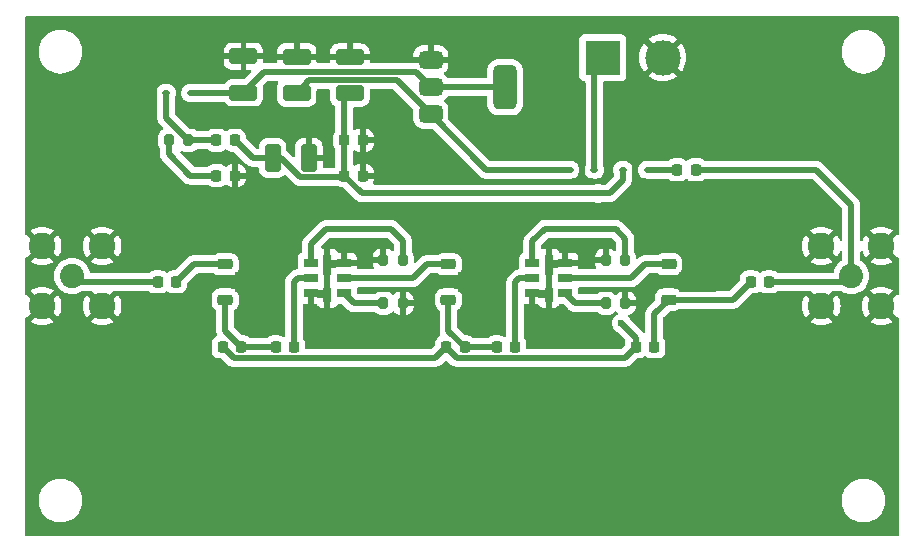
<source format=gbr>
%TF.GenerationSoftware,KiCad,Pcbnew,8.0.3*%
%TF.CreationDate,2024-06-21T17:49:06+08:00*%
%TF.ProjectId,LNA1690,4c4e4131-3639-4302-9e6b-696361645f70,rev?*%
%TF.SameCoordinates,Original*%
%TF.FileFunction,Copper,L1,Top*%
%TF.FilePolarity,Positive*%
%FSLAX46Y46*%
G04 Gerber Fmt 4.6, Leading zero omitted, Abs format (unit mm)*
G04 Created by KiCad (PCBNEW 8.0.3) date 2024-06-21 17:49:06*
%MOMM*%
%LPD*%
G01*
G04 APERTURE LIST*
G04 Aperture macros list*
%AMRoundRect*
0 Rectangle with rounded corners*
0 $1 Rounding radius*
0 $2 $3 $4 $5 $6 $7 $8 $9 X,Y pos of 4 corners*
0 Add a 4 corners polygon primitive as box body*
4,1,4,$2,$3,$4,$5,$6,$7,$8,$9,$2,$3,0*
0 Add four circle primitives for the rounded corners*
1,1,$1+$1,$2,$3*
1,1,$1+$1,$4,$5*
1,1,$1+$1,$6,$7*
1,1,$1+$1,$8,$9*
0 Add four rect primitives between the rounded corners*
20,1,$1+$1,$2,$3,$4,$5,0*
20,1,$1+$1,$4,$5,$6,$7,0*
20,1,$1+$1,$6,$7,$8,$9,0*
20,1,$1+$1,$8,$9,$2,$3,0*%
%AMFreePoly0*
4,1,9,3.862500,-0.866500,0.737500,-0.866500,0.737500,-0.450000,-0.737500,-0.450000,-0.737500,0.450000,0.737500,0.450000,0.737500,0.866500,3.862500,0.866500,3.862500,-0.866500,3.862500,-0.866500,$1*%
G04 Aperture macros list end*
%TA.AperFunction,SMDPad,CuDef*%
%ADD10RoundRect,0.225000X-0.225000X-0.250000X0.225000X-0.250000X0.225000X0.250000X-0.225000X0.250000X0*%
%TD*%
%TA.AperFunction,SMDPad,CuDef*%
%ADD11RoundRect,0.250000X0.925000X-0.412500X0.925000X0.412500X-0.925000X0.412500X-0.925000X-0.412500X0*%
%TD*%
%TA.AperFunction,SMDPad,CuDef*%
%ADD12RoundRect,0.200000X-0.200000X-0.275000X0.200000X-0.275000X0.200000X0.275000X-0.200000X0.275000X0*%
%TD*%
%TA.AperFunction,SMDPad,CuDef*%
%ADD13RoundRect,0.225000X-0.425000X-0.225000X0.425000X-0.225000X0.425000X0.225000X-0.425000X0.225000X0*%
%TD*%
%TA.AperFunction,SMDPad,CuDef*%
%ADD14FreePoly0,0.000000*%
%TD*%
%TA.AperFunction,SMDPad,CuDef*%
%ADD15RoundRect,0.218750X-0.218750X-0.256250X0.218750X-0.256250X0.218750X0.256250X-0.218750X0.256250X0*%
%TD*%
%TA.AperFunction,SMDPad,CuDef*%
%ADD16RoundRect,0.112500X-0.187500X-0.112500X0.187500X-0.112500X0.187500X0.112500X-0.187500X0.112500X0*%
%TD*%
%TA.AperFunction,SMDPad,CuDef*%
%ADD17R,1.200000X0.800000*%
%TD*%
%TA.AperFunction,SMDPad,CuDef*%
%ADD18R,0.800000X1.200000*%
%TD*%
%TA.AperFunction,SMDPad,CuDef*%
%ADD19R,0.800000X1.700000*%
%TD*%
%TA.AperFunction,SMDPad,CuDef*%
%ADD20RoundRect,0.375000X-0.625000X-0.375000X0.625000X-0.375000X0.625000X0.375000X-0.625000X0.375000X0*%
%TD*%
%TA.AperFunction,SMDPad,CuDef*%
%ADD21RoundRect,0.500000X-0.500000X-1.400000X0.500000X-1.400000X0.500000X1.400000X-0.500000X1.400000X0*%
%TD*%
%TA.AperFunction,ComponentPad*%
%ADD22C,2.050000*%
%TD*%
%TA.AperFunction,ComponentPad*%
%ADD23C,2.250000*%
%TD*%
%TA.AperFunction,SMDPad,CuDef*%
%ADD24RoundRect,0.218750X0.218750X0.256250X-0.218750X0.256250X-0.218750X-0.256250X0.218750X-0.256250X0*%
%TD*%
%TA.AperFunction,SMDPad,CuDef*%
%ADD25RoundRect,0.200000X0.200000X0.275000X-0.200000X0.275000X-0.200000X-0.275000X0.200000X-0.275000X0*%
%TD*%
%TA.AperFunction,SMDPad,CuDef*%
%ADD26RoundRect,0.250000X-0.412500X-0.925000X0.412500X-0.925000X0.412500X0.925000X-0.412500X0.925000X0*%
%TD*%
%TA.AperFunction,ComponentPad*%
%ADD27R,3.000000X3.000000*%
%TD*%
%TA.AperFunction,ComponentPad*%
%ADD28C,3.000000*%
%TD*%
%TA.AperFunction,ViaPad*%
%ADD29C,0.600000*%
%TD*%
%TA.AperFunction,Conductor*%
%ADD30C,0.500000*%
%TD*%
G04 APERTURE END LIST*
D10*
%TO.P,C7,1*%
%TO.N,Net-(U6-OUT)*%
X156950000Y-83000000D03*
%TO.P,C7,2*%
%TO.N,/RF_OUT*%
X158500000Y-83000000D03*
%TD*%
D11*
%TO.P,C2,1*%
%TO.N,VCC*%
X118500000Y-67000000D03*
%TO.P,C2,2*%
%TO.N,GND*%
X118500000Y-63925000D03*
%TD*%
%TO.P,C4,1*%
%TO.N,Net-(D2-A)*%
X114000000Y-66962500D03*
%TO.P,C4,2*%
%TO.N,GND*%
X114000000Y-63887500D03*
%TD*%
D12*
%TO.P,R1,1*%
%TO.N,GND*%
X125850000Y-81155000D03*
%TO.P,R1,2*%
%TO.N,Net-(U3-INPUT_1)*%
X127500000Y-81155000D03*
%TD*%
D10*
%TO.P,C3,1*%
%TO.N,Net-(U1-OUT)*%
X116725000Y-88500000D03*
%TO.P,C3,2*%
%TO.N,Net-(U3-INPUT_2)*%
X118275000Y-88500000D03*
%TD*%
D11*
%TO.P,C5,1*%
%TO.N,+5V*%
X123000000Y-67037500D03*
%TO.P,C5,2*%
%TO.N,GND*%
X123000000Y-63962500D03*
%TD*%
D12*
%TO.P,R5,1*%
%TO.N,Net-(U5-OUTPUT_1)*%
X144675000Y-84790000D03*
%TO.P,R5,2*%
%TO.N,GND*%
X146325000Y-84790000D03*
%TD*%
D13*
%TO.P,U4,1,IN*%
%TO.N,Net-(U3-OUTPUT_2)*%
X131350000Y-81500000D03*
D14*
%TO.P,U4,2,GND*%
%TO.N,GND*%
X131437500Y-83000000D03*
D13*
%TO.P,U4,3,OUT*%
%TO.N,Net-(U4-OUT)*%
X131350000Y-84500000D03*
%TD*%
D10*
%TO.P,C6,1*%
%TO.N,Net-(U4-OUT)*%
X135450000Y-88500000D03*
%TO.P,C6,2*%
%TO.N,Net-(U5-INPUT_2)*%
X137000000Y-88500000D03*
%TD*%
D15*
%TO.P,L4,1*%
%TO.N,Net-(D4-A)*%
X150712500Y-73500000D03*
%TO.P,L4,2*%
%TO.N,/RF_OUT*%
X152287500Y-73500000D03*
%TD*%
%TO.P,L3,1*%
%TO.N,+5V*%
X131142500Y-88500000D03*
%TO.P,L3,2*%
%TO.N,Net-(U4-OUT)*%
X132717500Y-88500000D03*
%TD*%
D12*
%TO.P,R4,1*%
%TO.N,GND*%
X144675000Y-81155000D03*
%TO.P,R4,2*%
%TO.N,Net-(U5-INPUT_1)*%
X146325000Y-81155000D03*
%TD*%
D16*
%TO.P,D4,1,K*%
%TO.N,+5V*%
X146112500Y-73500000D03*
%TO.P,D4,2,A*%
%TO.N,Net-(D4-A)*%
X148212500Y-73500000D03*
%TD*%
%TO.P,D1,1,K*%
%TO.N,VCC*%
X141612500Y-73500000D03*
%TO.P,D1,2,A*%
%TO.N,Net-(D1-A)*%
X143712500Y-73500000D03*
%TD*%
D17*
%TO.P,U5,1,INPUT_1*%
%TO.N,Net-(U5-INPUT_1)*%
X138450000Y-81405000D03*
%TO.P,U5,2,INPUT_2*%
%TO.N,Net-(U5-INPUT_2)*%
X138450000Y-82675000D03*
%TO.P,U5,3,GND*%
%TO.N,GND*%
X138450000Y-83945000D03*
D18*
%TO.P,U5,4,GND*%
X139850000Y-84075000D03*
D17*
%TO.P,U5,5,OUTPUT_1*%
%TO.N,Net-(U5-OUTPUT_1)*%
X141250000Y-83945000D03*
%TO.P,U5,6,OUTPUT_2*%
%TO.N,Net-(U5-OUTPUT_2)*%
X141250000Y-82675000D03*
%TO.P,U5,7,GND*%
%TO.N,GND*%
X141250000Y-81405000D03*
D19*
%TO.P,U5,8,GND*%
X139850000Y-81525000D03*
%TD*%
D15*
%TO.P,L5,1*%
%TO.N,+5V*%
X147212500Y-88500000D03*
%TO.P,L5,2*%
%TO.N,Net-(U6-OUT)*%
X148787500Y-88500000D03*
%TD*%
D10*
%TO.P,C9,1*%
%TO.N,+5V*%
X122537500Y-71000000D03*
%TO.P,C9,2*%
%TO.N,GND*%
X124087500Y-71000000D03*
%TD*%
D20*
%TO.P,U2,1,GND*%
%TO.N,GND*%
X129850000Y-64200000D03*
%TO.P,U2,2,VO*%
%TO.N,Net-(D2-A)*%
X129850000Y-66500000D03*
D21*
X136150000Y-66500000D03*
D20*
%TO.P,U2,3,VI*%
%TO.N,VCC*%
X129850000Y-68800000D03*
%TD*%
D15*
%TO.P,L1,1*%
%TO.N,+5V*%
X112242500Y-88500000D03*
%TO.P,L1,2*%
%TO.N,Net-(U1-OUT)*%
X113817500Y-88500000D03*
%TD*%
D22*
%TO.P,J3,1,In*%
%TO.N,/RF_OUT*%
X165460000Y-82500000D03*
D23*
%TO.P,J3,2,Ext*%
%TO.N,GND*%
X162920000Y-79960000D03*
X162920000Y-85040000D03*
X168000000Y-79960000D03*
X168000000Y-85040000D03*
%TD*%
D10*
%TO.P,C1,1*%
%TO.N,Net-(J2-In)*%
X106725000Y-83000000D03*
%TO.P,C1,2*%
%TO.N,Net-(U1-IN)*%
X108275000Y-83000000D03*
%TD*%
D17*
%TO.P,U3,1,INPUT_1*%
%TO.N,Net-(U3-INPUT_1)*%
X119700000Y-81405000D03*
%TO.P,U3,2,INPUT_2*%
%TO.N,Net-(U3-INPUT_2)*%
X119700000Y-82675000D03*
%TO.P,U3,3,GND*%
%TO.N,GND*%
X119700000Y-83945000D03*
D18*
%TO.P,U3,4,GND*%
X121100000Y-84075000D03*
D17*
%TO.P,U3,5,OUTPUT_1*%
%TO.N,Net-(U3-OUTPUT_1)*%
X122500000Y-83945000D03*
%TO.P,U3,6,OUTPUT_2*%
%TO.N,Net-(U3-OUTPUT_2)*%
X122500000Y-82675000D03*
%TO.P,U3,7,GND*%
%TO.N,GND*%
X122500000Y-81405000D03*
D19*
%TO.P,U3,8,GND*%
X121100000Y-81525000D03*
%TD*%
D24*
%TO.P,D3,1,K*%
%TO.N,GND*%
X113287500Y-74000000D03*
%TO.P,D3,2,A*%
%TO.N,Net-(D3-A)*%
X111712500Y-74000000D03*
%TD*%
D15*
%TO.P,L2,1*%
%TO.N,Net-(D2-K)*%
X111712500Y-71000000D03*
%TO.P,L2,2*%
%TO.N,+5V*%
X113287500Y-71000000D03*
%TD*%
D16*
%TO.P,D2,1,K*%
%TO.N,Net-(D2-K)*%
X107450000Y-67000000D03*
%TO.P,D2,2,A*%
%TO.N,Net-(D2-A)*%
X109550000Y-67000000D03*
%TD*%
D25*
%TO.P,R2,1*%
%TO.N,Net-(D2-K)*%
X109325000Y-71000000D03*
%TO.P,R2,2*%
%TO.N,Net-(D3-A)*%
X107675000Y-71000000D03*
%TD*%
D26*
%TO.P,C8,1*%
%TO.N,+5V*%
X116462500Y-72500000D03*
%TO.P,C8,2*%
%TO.N,GND*%
X119537500Y-72500000D03*
%TD*%
D13*
%TO.P,U1,1,IN*%
%TO.N,Net-(U1-IN)*%
X112450000Y-81500000D03*
D14*
%TO.P,U1,2,GND*%
%TO.N,GND*%
X112537500Y-83000000D03*
D13*
%TO.P,U1,3,OUT*%
%TO.N,Net-(U1-OUT)*%
X112450000Y-84500000D03*
%TD*%
D10*
%TO.P,C10,1*%
%TO.N,+5V*%
X122537500Y-74000000D03*
%TO.P,C10,2*%
%TO.N,GND*%
X124087500Y-74000000D03*
%TD*%
D27*
%TO.P,J1,1,Pin_1*%
%TO.N,Net-(D1-A)*%
X144420000Y-64000000D03*
D28*
%TO.P,J1,2,Pin_2*%
%TO.N,GND*%
X149500000Y-64000000D03*
%TD*%
D13*
%TO.P,U6,1,IN*%
%TO.N,Net-(U5-OUTPUT_2)*%
X150000000Y-81500000D03*
D14*
%TO.P,U6,2,GND*%
%TO.N,GND*%
X150087500Y-83000000D03*
D13*
%TO.P,U6,3,OUT*%
%TO.N,Net-(U6-OUT)*%
X150000000Y-84500000D03*
%TD*%
D12*
%TO.P,R3,1*%
%TO.N,Net-(U3-OUTPUT_1)*%
X125850000Y-84790000D03*
%TO.P,R3,2*%
%TO.N,GND*%
X127500000Y-84790000D03*
%TD*%
D22*
%TO.P,J2,1,In*%
%TO.N,Net-(J2-In)*%
X99500000Y-82500000D03*
D23*
%TO.P,J2,2,Ext*%
%TO.N,GND*%
X96960000Y-79960000D03*
X96960000Y-85040000D03*
X102040000Y-79960000D03*
X102040000Y-85040000D03*
%TD*%
D29*
%TO.N,GND*%
X142500000Y-80000000D03*
%TO.N,+5V*%
X144000000Y-75500000D03*
X146000000Y-86500000D03*
%TD*%
D30*
%TO.N,Net-(D4-A)*%
X150712500Y-73500000D02*
X148212500Y-73500000D01*
%TO.N,/RF_OUT*%
X152287500Y-73500000D02*
X162500000Y-73500000D01*
X162500000Y-73500000D02*
X165460000Y-76460000D01*
X165460000Y-76460000D02*
X165460000Y-82500000D01*
%TO.N,Net-(J2-In)*%
X106725000Y-83000000D02*
X100000000Y-83000000D01*
X100000000Y-83000000D02*
X99500000Y-82500000D01*
%TO.N,Net-(U1-IN)*%
X108275000Y-83000000D02*
X109775000Y-81500000D01*
X109775000Y-81500000D02*
X112450000Y-81500000D01*
%TO.N,VCC*%
X126975000Y-65925000D02*
X129850000Y-68800000D01*
X119575000Y-65925000D02*
X126975000Y-65925000D01*
X118500000Y-67000000D02*
X119575000Y-65925000D01*
%TO.N,GND*%
X121100000Y-81525000D02*
X121100000Y-84075000D01*
X139850000Y-84075000D02*
X139850000Y-81525000D01*
%TO.N,Net-(U1-OUT)*%
X112450000Y-87132500D02*
X113817500Y-88500000D01*
X116725000Y-88500000D02*
X113817500Y-88500000D01*
X112450000Y-84500000D02*
X112450000Y-87132500D01*
%TO.N,Net-(U3-INPUT_2)*%
X118275000Y-83000000D02*
X118275000Y-88500000D01*
X118600000Y-82675000D02*
X118275000Y-83000000D01*
X119700000Y-82675000D02*
X118600000Y-82675000D01*
%TO.N,Net-(D2-A)*%
X114000000Y-66962500D02*
X115737500Y-65225000D01*
X109550000Y-67000000D02*
X113962500Y-67000000D01*
X115737500Y-65225000D02*
X128575000Y-65225000D01*
X136150000Y-66500000D02*
X129850000Y-66500000D01*
X113962500Y-67000000D02*
X114000000Y-66962500D01*
X128575000Y-65225000D02*
X129850000Y-66500000D01*
%TO.N,+5V*%
X146287500Y-89425000D02*
X132067500Y-89425000D01*
X118828122Y-74125000D02*
X122412500Y-74125000D01*
X122412500Y-74125000D02*
X122537500Y-74000000D01*
X132067500Y-89425000D02*
X131142500Y-88500000D01*
X122537500Y-71000000D02*
X122537500Y-67500000D01*
X131142500Y-88500000D02*
X130217500Y-89425000D01*
X114787500Y-72500000D02*
X113287500Y-71000000D01*
X116462500Y-72500000D02*
X114787500Y-72500000D01*
X117203122Y-72500000D02*
X118828122Y-74125000D01*
X130217500Y-89425000D02*
X113167500Y-89425000D01*
X122537500Y-71000000D02*
X122537500Y-74000000D01*
X147212500Y-87712500D02*
X146000000Y-86500000D01*
X116462500Y-72500000D02*
X117203122Y-72500000D01*
X147212500Y-88500000D02*
X146287500Y-89425000D01*
X147212500Y-88500000D02*
X147212500Y-87712500D01*
X122537500Y-67500000D02*
X123000000Y-67037500D01*
X113167500Y-89425000D02*
X112242500Y-88500000D01*
%TO.N,Net-(U5-INPUT_2)*%
X137350000Y-82675000D02*
X138450000Y-82675000D01*
X137000000Y-88500000D02*
X137000000Y-83025000D01*
X137000000Y-83025000D02*
X137350000Y-82675000D01*
%TO.N,Net-(U4-OUT)*%
X132717500Y-88500000D02*
X135450000Y-88500000D01*
X131350000Y-84500000D02*
X131350000Y-87132500D01*
X131350000Y-87132500D02*
X132717500Y-88500000D01*
%TO.N,Net-(U6-OUT)*%
X148787500Y-85712500D02*
X150000000Y-84500000D01*
X156950000Y-83000000D02*
X155450000Y-84500000D01*
X155450000Y-84500000D02*
X150000000Y-84500000D01*
X148787500Y-88500000D02*
X148787500Y-85712500D01*
%TO.N,/RF_OUT*%
X164960000Y-83000000D02*
X165460000Y-82500000D01*
X158500000Y-83000000D02*
X164960000Y-83000000D01*
%TO.N,Net-(D2-K)*%
X107450000Y-67000000D02*
X107450000Y-69125000D01*
X111712500Y-71000000D02*
X109325000Y-71000000D01*
X107450000Y-69125000D02*
X109325000Y-71000000D01*
%TO.N,Net-(D3-A)*%
X107675000Y-71000000D02*
X107675000Y-72175000D01*
X109500000Y-74000000D02*
X111712500Y-74000000D01*
X107675000Y-72175000D02*
X109500000Y-74000000D01*
%TO.N,Net-(U3-INPUT_1)*%
X121000000Y-78500000D02*
X119700000Y-79800000D01*
X119700000Y-79800000D02*
X119700000Y-81405000D01*
X126500000Y-78500000D02*
X121000000Y-78500000D01*
X127500000Y-81155000D02*
X127500000Y-79500000D01*
X127500000Y-79500000D02*
X126500000Y-78500000D01*
%TO.N,Net-(U3-OUTPUT_1)*%
X123345000Y-84790000D02*
X122500000Y-83945000D01*
X125850000Y-84790000D02*
X123345000Y-84790000D01*
%TO.N,Net-(U5-INPUT_1)*%
X145500000Y-78500000D02*
X139500000Y-78500000D01*
X146325000Y-81155000D02*
X146325000Y-79325000D01*
X146325000Y-79325000D02*
X145500000Y-78500000D01*
X139500000Y-78500000D02*
X138450000Y-79550000D01*
X138450000Y-79550000D02*
X138450000Y-81405000D01*
%TO.N,Net-(U5-OUTPUT_1)*%
X144675000Y-84790000D02*
X142095000Y-84790000D01*
X142095000Y-84790000D02*
X141250000Y-83945000D01*
%TO.N,Net-(U3-OUTPUT_2)*%
X128325000Y-82675000D02*
X129500000Y-81500000D01*
X129500000Y-81500000D02*
X131350000Y-81500000D01*
X122500000Y-82675000D02*
X128325000Y-82675000D01*
%TO.N,Net-(U5-OUTPUT_2)*%
X148000000Y-81500000D02*
X150000000Y-81500000D01*
X146825000Y-82675000D02*
X148000000Y-81500000D01*
X141250000Y-82675000D02*
X146825000Y-82675000D01*
%TO.N,VCC*%
X134550000Y-73500000D02*
X129850000Y-68800000D01*
X141612500Y-73500000D02*
X134550000Y-73500000D01*
%TO.N,Net-(D1-A)*%
X143712500Y-64707500D02*
X144420000Y-64000000D01*
X143712500Y-73500000D02*
X143712500Y-64707500D01*
%TO.N,+5V*%
X146112500Y-73500000D02*
X146112500Y-74387500D01*
X146112500Y-74387500D02*
X145000000Y-75500000D01*
X145000000Y-75500000D02*
X144000000Y-75500000D01*
X144000000Y-75500000D02*
X124037500Y-75500000D01*
X124037500Y-75500000D02*
X122537500Y-74000000D01*
%TD*%
%TA.AperFunction,Conductor*%
%TO.N,GND*%
G36*
X169442539Y-60520185D02*
G01*
X169488294Y-60572989D01*
X169499500Y-60624500D01*
X169499500Y-78877442D01*
X169479815Y-78944481D01*
X169427011Y-78990236D01*
X169369732Y-78998471D01*
X169369664Y-79000218D01*
X169360181Y-78999845D01*
X169357853Y-79000180D01*
X169356831Y-78999713D01*
X169315465Y-78998087D01*
X168754114Y-79559437D01*
X168753260Y-79557374D01*
X168660238Y-79418156D01*
X168541844Y-79299762D01*
X168402626Y-79206740D01*
X168400561Y-79205884D01*
X168961912Y-78644533D01*
X168958107Y-78641284D01*
X168958098Y-78641277D01*
X168740015Y-78507636D01*
X168740012Y-78507634D01*
X168503702Y-78409752D01*
X168254988Y-78350042D01*
X168254989Y-78350042D01*
X168000000Y-78329975D01*
X167745010Y-78350042D01*
X167496297Y-78409752D01*
X167259987Y-78507634D01*
X167259984Y-78507636D01*
X167041893Y-78641282D01*
X167038086Y-78644532D01*
X167599438Y-79205884D01*
X167597374Y-79206740D01*
X167458156Y-79299762D01*
X167339762Y-79418156D01*
X167246740Y-79557374D01*
X167245884Y-79559438D01*
X166684532Y-78998086D01*
X166681282Y-79001893D01*
X166547636Y-79219983D01*
X166449061Y-79457968D01*
X166405220Y-79512371D01*
X166338926Y-79534436D01*
X166271227Y-79517157D01*
X166223616Y-79466020D01*
X166210500Y-79410515D01*
X166210500Y-76386079D01*
X166181659Y-76241092D01*
X166181658Y-76241091D01*
X166181658Y-76241087D01*
X166173610Y-76221658D01*
X166125087Y-76104511D01*
X166125080Y-76104498D01*
X166042952Y-75981585D01*
X166042951Y-75981584D01*
X165938416Y-75877049D01*
X162978421Y-72917052D01*
X162978414Y-72917046D01*
X162904729Y-72867812D01*
X162904729Y-72867813D01*
X162855491Y-72834913D01*
X162718917Y-72778343D01*
X162718907Y-72778340D01*
X162573920Y-72749500D01*
X162573918Y-72749500D01*
X153080534Y-72749500D01*
X153013495Y-72729815D01*
X152992853Y-72713181D01*
X152955391Y-72675719D01*
X152955387Y-72675716D01*
X152812295Y-72587455D01*
X152812289Y-72587452D01*
X152812287Y-72587451D01*
X152652685Y-72534564D01*
X152652683Y-72534563D01*
X152554181Y-72524500D01*
X152554174Y-72524500D01*
X152020826Y-72524500D01*
X152020818Y-72524500D01*
X151922316Y-72534563D01*
X151922315Y-72534564D01*
X151843219Y-72560773D01*
X151762715Y-72587450D01*
X151762704Y-72587455D01*
X151619612Y-72675716D01*
X151619608Y-72675719D01*
X151587681Y-72707647D01*
X151526358Y-72741132D01*
X151456666Y-72736148D01*
X151412319Y-72707647D01*
X151380391Y-72675719D01*
X151380387Y-72675716D01*
X151237295Y-72587455D01*
X151237289Y-72587452D01*
X151237287Y-72587451D01*
X151077685Y-72534564D01*
X151077683Y-72534563D01*
X150979181Y-72524500D01*
X150979174Y-72524500D01*
X150445826Y-72524500D01*
X150445818Y-72524500D01*
X150347316Y-72534563D01*
X150347315Y-72534564D01*
X150268219Y-72560773D01*
X150187715Y-72587450D01*
X150187704Y-72587455D01*
X150044612Y-72675716D01*
X150044608Y-72675719D01*
X150007147Y-72713181D01*
X149945824Y-72746666D01*
X149919466Y-72749500D01*
X148138577Y-72749500D01*
X148024875Y-72772117D01*
X148000687Y-72774500D01*
X147963096Y-72774500D01*
X147928347Y-72777234D01*
X147924530Y-72778343D01*
X147779613Y-72820445D01*
X147779611Y-72820445D01*
X147779611Y-72820446D01*
X147646305Y-72899282D01*
X147646296Y-72899289D01*
X147536789Y-73008796D01*
X147536782Y-73008805D01*
X147489677Y-73088457D01*
X147457945Y-73142113D01*
X147430524Y-73236499D01*
X147414734Y-73290847D01*
X147414734Y-73290849D01*
X147412000Y-73325589D01*
X147412000Y-73674393D01*
X147412001Y-73674415D01*
X147414734Y-73709152D01*
X147414734Y-73709155D01*
X147414735Y-73709156D01*
X147457945Y-73857887D01*
X147457946Y-73857888D01*
X147536782Y-73991194D01*
X147536789Y-73991203D01*
X147646296Y-74100710D01*
X147646305Y-74100717D01*
X147661689Y-74109815D01*
X147779613Y-74179555D01*
X147928344Y-74222765D01*
X147963095Y-74225500D01*
X148000687Y-74225499D01*
X148024879Y-74227881D01*
X148049969Y-74232872D01*
X148138580Y-74250500D01*
X148138582Y-74250500D01*
X149919466Y-74250500D01*
X149986505Y-74270185D01*
X150007147Y-74286819D01*
X150044608Y-74324280D01*
X150044612Y-74324283D01*
X150187704Y-74412544D01*
X150187707Y-74412545D01*
X150187713Y-74412549D01*
X150347315Y-74465436D01*
X150445826Y-74475500D01*
X150445831Y-74475500D01*
X150979169Y-74475500D01*
X150979174Y-74475500D01*
X151077685Y-74465436D01*
X151237287Y-74412549D01*
X151380391Y-74324281D01*
X151412319Y-74292353D01*
X151473642Y-74258868D01*
X151543334Y-74263852D01*
X151587681Y-74292353D01*
X151619608Y-74324280D01*
X151619612Y-74324283D01*
X151762704Y-74412544D01*
X151762707Y-74412545D01*
X151762713Y-74412549D01*
X151922315Y-74465436D01*
X152020826Y-74475500D01*
X152020831Y-74475500D01*
X152554169Y-74475500D01*
X152554174Y-74475500D01*
X152652685Y-74465436D01*
X152812287Y-74412549D01*
X152955391Y-74324281D01*
X152992853Y-74286819D01*
X153054176Y-74253334D01*
X153080534Y-74250500D01*
X162137770Y-74250500D01*
X162204809Y-74270185D01*
X162225451Y-74286819D01*
X164673181Y-76734548D01*
X164706666Y-76795871D01*
X164709500Y-76822229D01*
X164709500Y-79410515D01*
X164689815Y-79477554D01*
X164637011Y-79523309D01*
X164567853Y-79533253D01*
X164504297Y-79504228D01*
X164470939Y-79457968D01*
X164372363Y-79219983D01*
X164238719Y-79001897D01*
X164235465Y-78998087D01*
X163674114Y-79559437D01*
X163673260Y-79557374D01*
X163580238Y-79418156D01*
X163461844Y-79299762D01*
X163322626Y-79206740D01*
X163320561Y-79205884D01*
X163881912Y-78644533D01*
X163878107Y-78641284D01*
X163878098Y-78641277D01*
X163660015Y-78507636D01*
X163660012Y-78507634D01*
X163423702Y-78409752D01*
X163174988Y-78350042D01*
X163174989Y-78350042D01*
X162920000Y-78329975D01*
X162665010Y-78350042D01*
X162416297Y-78409752D01*
X162179987Y-78507634D01*
X162179984Y-78507636D01*
X161961893Y-78641282D01*
X161958086Y-78644532D01*
X162519438Y-79205884D01*
X162517374Y-79206740D01*
X162378156Y-79299762D01*
X162259762Y-79418156D01*
X162166740Y-79557374D01*
X162165884Y-79559438D01*
X161604532Y-78998086D01*
X161601282Y-79001893D01*
X161467636Y-79219984D01*
X161467634Y-79219987D01*
X161369752Y-79456297D01*
X161310042Y-79705010D01*
X161289975Y-79960000D01*
X161310042Y-80214989D01*
X161369752Y-80463702D01*
X161467634Y-80700012D01*
X161467636Y-80700015D01*
X161601277Y-80918098D01*
X161601284Y-80918107D01*
X161604533Y-80921912D01*
X162165884Y-80360560D01*
X162166740Y-80362626D01*
X162259762Y-80501844D01*
X162378156Y-80620238D01*
X162517374Y-80713260D01*
X162519437Y-80714114D01*
X161958087Y-81275465D01*
X161961897Y-81278719D01*
X162179984Y-81412363D01*
X162179987Y-81412365D01*
X162416297Y-81510247D01*
X162665011Y-81569957D01*
X162665010Y-81569957D01*
X162920000Y-81590024D01*
X163174989Y-81569957D01*
X163423702Y-81510247D01*
X163660012Y-81412365D01*
X163660015Y-81412363D01*
X163878095Y-81278724D01*
X163878110Y-81278713D01*
X163881911Y-81275466D01*
X163881911Y-81275464D01*
X163320562Y-80714114D01*
X163322626Y-80713260D01*
X163461844Y-80620238D01*
X163580238Y-80501844D01*
X163673260Y-80362626D01*
X163674114Y-80360562D01*
X164235464Y-80921911D01*
X164235466Y-80921911D01*
X164238713Y-80918110D01*
X164238724Y-80918095D01*
X164372363Y-80700015D01*
X164372365Y-80700012D01*
X164470939Y-80462032D01*
X164514780Y-80407628D01*
X164581074Y-80385563D01*
X164648773Y-80402842D01*
X164696384Y-80453979D01*
X164709500Y-80509484D01*
X164709500Y-81101314D01*
X164689815Y-81168353D01*
X164650290Y-81207041D01*
X164560566Y-81262024D01*
X164560563Y-81262025D01*
X164377973Y-81417973D01*
X164222026Y-81600563D01*
X164096565Y-81805297D01*
X164004678Y-82027134D01*
X164004674Y-82027146D01*
X163974113Y-82154447D01*
X163939323Y-82215039D01*
X163877296Y-82247203D01*
X163853539Y-82249500D01*
X159301874Y-82249500D01*
X159234835Y-82229815D01*
X159214193Y-82213181D01*
X159178044Y-82177032D01*
X159178040Y-82177029D01*
X159033705Y-82088001D01*
X159033699Y-82087998D01*
X159033697Y-82087997D01*
X158897340Y-82042813D01*
X158872709Y-82034651D01*
X158773346Y-82024500D01*
X158226662Y-82024500D01*
X158226644Y-82024501D01*
X158127292Y-82034650D01*
X158127289Y-82034651D01*
X157966305Y-82087996D01*
X157966294Y-82088001D01*
X157821959Y-82177029D01*
X157821955Y-82177032D01*
X157812681Y-82186307D01*
X157751358Y-82219792D01*
X157681666Y-82214808D01*
X157637319Y-82186307D01*
X157628044Y-82177032D01*
X157628040Y-82177029D01*
X157483705Y-82088001D01*
X157483699Y-82087998D01*
X157483697Y-82087997D01*
X157347340Y-82042813D01*
X157322709Y-82034651D01*
X157223346Y-82024500D01*
X156676662Y-82024500D01*
X156676644Y-82024501D01*
X156577292Y-82034650D01*
X156577289Y-82034651D01*
X156416305Y-82087996D01*
X156416294Y-82088001D01*
X156271959Y-82177029D01*
X156271955Y-82177032D01*
X156152032Y-82296955D01*
X156152029Y-82296959D01*
X156063001Y-82441294D01*
X156062996Y-82441305D01*
X156009651Y-82602290D01*
X155999500Y-82701647D01*
X155999500Y-82837770D01*
X155979815Y-82904809D01*
X155963181Y-82925451D01*
X155175451Y-83713181D01*
X155114128Y-83746666D01*
X155087770Y-83749500D01*
X150976874Y-83749500D01*
X150909835Y-83729815D01*
X150889193Y-83713181D01*
X150878044Y-83702032D01*
X150878040Y-83702029D01*
X150733705Y-83613001D01*
X150733699Y-83612998D01*
X150733697Y-83612997D01*
X150603786Y-83569949D01*
X150572709Y-83559651D01*
X150473346Y-83549500D01*
X149526662Y-83549500D01*
X149526644Y-83549501D01*
X149427292Y-83559650D01*
X149427289Y-83559651D01*
X149266305Y-83612996D01*
X149266294Y-83613001D01*
X149121959Y-83702029D01*
X149121955Y-83702032D01*
X149002032Y-83821955D01*
X149002029Y-83821959D01*
X148913001Y-83966294D01*
X148912996Y-83966305D01*
X148859651Y-84127290D01*
X148849500Y-84226647D01*
X148849500Y-84537769D01*
X148829815Y-84604808D01*
X148813181Y-84625450D01*
X148204549Y-85234082D01*
X148204548Y-85234084D01*
X148181609Y-85268416D01*
X148163854Y-85294989D01*
X148122414Y-85357007D01*
X148065843Y-85493582D01*
X148065840Y-85493592D01*
X148037000Y-85638579D01*
X148037000Y-87186813D01*
X148017315Y-87253852D01*
X147964511Y-87299607D01*
X147895353Y-87309551D01*
X147831797Y-87280526D01*
X147809897Y-87255702D01*
X147795456Y-87234089D01*
X147795452Y-87234084D01*
X146753307Y-86191939D01*
X146730653Y-86155869D01*
X146728813Y-86156756D01*
X146725792Y-86150484D01*
X146725789Y-86150480D01*
X146725789Y-86150478D01*
X146629816Y-85997738D01*
X146597823Y-85965745D01*
X146564338Y-85904422D01*
X146569322Y-85834730D01*
X146611194Y-85778797D01*
X146648614Y-85759679D01*
X146814395Y-85708019D01*
X146959877Y-85620072D01*
X147080072Y-85499877D01*
X147168019Y-85354395D01*
X147218590Y-85192106D01*
X147225000Y-85121572D01*
X147225000Y-85040000D01*
X146199000Y-85040000D01*
X146131961Y-85020315D01*
X146086206Y-84967511D01*
X146075000Y-84916000D01*
X146075000Y-84540000D01*
X146575000Y-84540000D01*
X147224999Y-84540000D01*
X147224999Y-84458417D01*
X147218591Y-84387897D01*
X147218590Y-84387892D01*
X147168018Y-84225603D01*
X147080072Y-84080122D01*
X146959877Y-83959927D01*
X146814395Y-83871980D01*
X146814396Y-83871980D01*
X146652105Y-83821409D01*
X146652106Y-83821409D01*
X146581572Y-83815000D01*
X146575000Y-83815000D01*
X146575000Y-84540000D01*
X146075000Y-84540000D01*
X146075000Y-83815000D01*
X146074999Y-83814999D01*
X146068436Y-83815000D01*
X146068417Y-83815001D01*
X145997897Y-83821408D01*
X145997892Y-83821409D01*
X145835603Y-83871981D01*
X145690122Y-83959927D01*
X145690121Y-83959928D01*
X145588035Y-84062015D01*
X145526712Y-84095500D01*
X145457020Y-84090516D01*
X145412673Y-84062015D01*
X145310188Y-83959530D01*
X145292769Y-83949000D01*
X145164606Y-83871522D01*
X145002196Y-83820914D01*
X145002194Y-83820913D01*
X145002192Y-83820913D01*
X144952778Y-83816423D01*
X144931616Y-83814500D01*
X144418384Y-83814500D01*
X144399145Y-83816248D01*
X144347807Y-83820913D01*
X144185393Y-83871522D01*
X144039811Y-83959530D01*
X144039811Y-83959531D01*
X143996163Y-84003180D01*
X143934840Y-84036666D01*
X143908481Y-84039500D01*
X142474499Y-84039500D01*
X142407460Y-84019815D01*
X142361705Y-83967011D01*
X142350499Y-83915500D01*
X142350499Y-83549500D01*
X142370184Y-83482461D01*
X142422988Y-83436706D01*
X142474499Y-83425500D01*
X146898920Y-83425500D01*
X147038634Y-83397708D01*
X147043913Y-83396658D01*
X147180495Y-83340084D01*
X147242962Y-83298345D01*
X147303416Y-83257952D01*
X148274549Y-82286819D01*
X148335872Y-82253334D01*
X148362230Y-82250500D01*
X149023126Y-82250500D01*
X149090165Y-82270185D01*
X149110807Y-82286819D01*
X149121955Y-82297967D01*
X149121959Y-82297970D01*
X149266294Y-82386998D01*
X149266297Y-82386999D01*
X149266303Y-82387003D01*
X149427292Y-82440349D01*
X149526655Y-82450500D01*
X150473344Y-82450499D01*
X150473352Y-82450498D01*
X150473355Y-82450498D01*
X150527760Y-82444940D01*
X150572708Y-82440349D01*
X150733697Y-82387003D01*
X150878044Y-82297968D01*
X150997968Y-82178044D01*
X151087003Y-82033697D01*
X151140349Y-81872708D01*
X151150500Y-81773345D01*
X151150499Y-81226656D01*
X151148495Y-81207041D01*
X151140349Y-81127292D01*
X151140348Y-81127289D01*
X151113153Y-81045220D01*
X151087003Y-80966303D01*
X151086999Y-80966297D01*
X151086998Y-80966294D01*
X150997970Y-80821959D01*
X150997967Y-80821955D01*
X150878044Y-80702032D01*
X150878040Y-80702029D01*
X150733705Y-80613001D01*
X150733699Y-80612998D01*
X150733697Y-80612997D01*
X150665482Y-80590393D01*
X150572709Y-80559651D01*
X150473346Y-80549500D01*
X149526662Y-80549500D01*
X149526644Y-80549501D01*
X149427292Y-80559650D01*
X149427289Y-80559651D01*
X149266305Y-80612996D01*
X149266294Y-80613001D01*
X149121959Y-80702029D01*
X149121955Y-80702032D01*
X149110807Y-80713181D01*
X149049484Y-80746666D01*
X149023126Y-80749500D01*
X147926080Y-80749500D01*
X147781092Y-80778340D01*
X147781086Y-80778342D01*
X147644508Y-80834914D01*
X147644496Y-80834921D01*
X147595269Y-80867813D01*
X147521588Y-80917044D01*
X147521580Y-80917050D01*
X147437181Y-81001450D01*
X147375858Y-81034935D01*
X147306166Y-81029951D01*
X147250233Y-80988079D01*
X147225816Y-80922615D01*
X147225500Y-80913769D01*
X147225500Y-80823386D01*
X147225500Y-80823384D01*
X147219086Y-80752804D01*
X147168478Y-80590394D01*
X147093382Y-80466171D01*
X147075500Y-80402023D01*
X147075500Y-79251079D01*
X147046659Y-79106092D01*
X147046658Y-79106091D01*
X147046658Y-79106087D01*
X147032367Y-79071585D01*
X146990087Y-78969511D01*
X146990080Y-78969498D01*
X146907952Y-78846585D01*
X146907951Y-78846584D01*
X146803416Y-78742049D01*
X146702644Y-78641277D01*
X145978421Y-77917052D01*
X145978414Y-77917046D01*
X145904729Y-77867812D01*
X145904729Y-77867813D01*
X145855491Y-77834913D01*
X145718917Y-77778343D01*
X145718907Y-77778340D01*
X145573920Y-77749500D01*
X145573918Y-77749500D01*
X139573917Y-77749500D01*
X139426082Y-77749500D01*
X139426080Y-77749500D01*
X139281092Y-77778340D01*
X139281082Y-77778343D01*
X139144511Y-77834912D01*
X139144498Y-77834919D01*
X139021584Y-77917048D01*
X139021580Y-77917051D01*
X137867049Y-79071581D01*
X137867045Y-79071585D01*
X137824733Y-79134914D01*
X137824732Y-79134916D01*
X137784919Y-79194499D01*
X137784912Y-79194511D01*
X137728343Y-79331082D01*
X137728340Y-79331092D01*
X137699500Y-79476079D01*
X137699500Y-80440858D01*
X137679815Y-80507897D01*
X137627011Y-80553652D01*
X137618847Y-80557034D01*
X137611833Y-80559651D01*
X137607664Y-80561206D01*
X137492455Y-80647452D01*
X137492452Y-80647455D01*
X137406206Y-80762664D01*
X137406202Y-80762671D01*
X137355908Y-80897517D01*
X137349501Y-80957116D01*
X137349500Y-80957135D01*
X137349500Y-81808130D01*
X137329815Y-81875169D01*
X137277011Y-81920924D01*
X137249732Y-81929739D01*
X137247283Y-81930227D01*
X137247243Y-81930235D01*
X137131092Y-81953339D01*
X137131086Y-81953341D01*
X137070552Y-81978416D01*
X136994509Y-82009914D01*
X136994496Y-82009921D01*
X136945269Y-82042813D01*
X136871588Y-82092044D01*
X136871580Y-82092050D01*
X136417048Y-82546583D01*
X136398780Y-82573923D01*
X136380634Y-82601083D01*
X136334919Y-82669499D01*
X136334912Y-82669511D01*
X136278343Y-82806082D01*
X136278340Y-82806092D01*
X136249500Y-82951079D01*
X136249500Y-87529771D01*
X136229815Y-87596810D01*
X136177011Y-87642565D01*
X136107853Y-87652509D01*
X136060403Y-87635310D01*
X135983699Y-87587998D01*
X135983694Y-87587996D01*
X135822709Y-87534651D01*
X135723346Y-87524500D01*
X135176662Y-87524500D01*
X135176644Y-87524501D01*
X135077292Y-87534650D01*
X135077289Y-87534651D01*
X134916305Y-87587996D01*
X134916294Y-87588001D01*
X134771959Y-87677029D01*
X134771955Y-87677032D01*
X134735807Y-87713181D01*
X134674484Y-87746666D01*
X134648126Y-87749500D01*
X133510534Y-87749500D01*
X133443495Y-87729815D01*
X133422853Y-87713181D01*
X133385391Y-87675719D01*
X133385387Y-87675716D01*
X133242295Y-87587455D01*
X133242289Y-87587452D01*
X133242287Y-87587451D01*
X133082685Y-87534564D01*
X133082683Y-87534563D01*
X132984181Y-87524500D01*
X132984174Y-87524500D01*
X132854730Y-87524500D01*
X132787691Y-87504815D01*
X132767049Y-87488181D01*
X132136819Y-86857951D01*
X132103334Y-86796628D01*
X132100500Y-86770270D01*
X132100500Y-85445845D01*
X132120185Y-85378806D01*
X132159403Y-85340307D01*
X132202076Y-85313984D01*
X132228044Y-85297968D01*
X132347968Y-85178044D01*
X132437003Y-85033697D01*
X132490349Y-84872708D01*
X132500500Y-84773345D01*
X132500499Y-84226656D01*
X132500391Y-84225603D01*
X132490349Y-84127292D01*
X132490348Y-84127289D01*
X132474738Y-84080180D01*
X132437003Y-83966303D01*
X132436999Y-83966297D01*
X132436998Y-83966294D01*
X132347970Y-83821959D01*
X132347967Y-83821955D01*
X132228044Y-83702032D01*
X132228040Y-83702029D01*
X132083705Y-83613001D01*
X132083699Y-83612998D01*
X132083697Y-83612997D01*
X131953786Y-83569949D01*
X131922709Y-83559651D01*
X131823346Y-83549500D01*
X130876662Y-83549500D01*
X130876644Y-83549501D01*
X130777292Y-83559650D01*
X130777289Y-83559651D01*
X130616305Y-83612996D01*
X130616294Y-83613001D01*
X130471959Y-83702029D01*
X130471955Y-83702032D01*
X130352032Y-83821955D01*
X130352029Y-83821959D01*
X130263001Y-83966294D01*
X130262996Y-83966305D01*
X130209651Y-84127290D01*
X130199500Y-84226647D01*
X130199500Y-84773337D01*
X130199501Y-84773355D01*
X130209650Y-84872707D01*
X130209651Y-84872710D01*
X130262996Y-85033694D01*
X130263001Y-85033705D01*
X130352029Y-85178040D01*
X130352032Y-85178044D01*
X130471955Y-85297967D01*
X130471959Y-85297970D01*
X130540597Y-85340307D01*
X130587322Y-85392255D01*
X130599500Y-85445845D01*
X130599500Y-87206418D01*
X130599500Y-87206420D01*
X130599499Y-87206420D01*
X130628340Y-87351407D01*
X130628343Y-87351417D01*
X130663643Y-87436639D01*
X130671112Y-87506108D01*
X130639836Y-87568587D01*
X130614180Y-87589629D01*
X130474609Y-87675718D01*
X130355719Y-87794608D01*
X130355716Y-87794612D01*
X130267455Y-87937704D01*
X130267450Y-87937715D01*
X130253074Y-87981100D01*
X130214564Y-88097315D01*
X130214564Y-88097316D01*
X130214563Y-88097316D01*
X130204500Y-88195818D01*
X130204500Y-88325270D01*
X130184815Y-88392309D01*
X130168181Y-88412951D01*
X129942951Y-88638181D01*
X129881628Y-88671666D01*
X129855270Y-88674500D01*
X119349500Y-88674500D01*
X119282461Y-88654815D01*
X119236706Y-88602011D01*
X119225500Y-88550500D01*
X119225499Y-88201662D01*
X119225498Y-88201644D01*
X119215349Y-88102292D01*
X119215348Y-88102289D01*
X119175190Y-87981100D01*
X119162003Y-87941303D01*
X119161999Y-87941297D01*
X119161998Y-87941294D01*
X119072970Y-87796959D01*
X119072967Y-87796955D01*
X119061819Y-87785807D01*
X119028334Y-87724484D01*
X119025500Y-87698126D01*
X119025500Y-84969000D01*
X119045185Y-84901961D01*
X119097989Y-84856206D01*
X119149500Y-84845000D01*
X119450000Y-84845000D01*
X119950000Y-84845000D01*
X120143711Y-84845000D01*
X120210750Y-84864685D01*
X120252544Y-84909575D01*
X120256648Y-84917092D01*
X120342809Y-85032187D01*
X120342812Y-85032190D01*
X120457906Y-85118350D01*
X120457913Y-85118354D01*
X120592620Y-85168596D01*
X120592627Y-85168598D01*
X120652155Y-85174999D01*
X120652172Y-85175000D01*
X120850000Y-85175000D01*
X120850000Y-84325000D01*
X120281000Y-84325000D01*
X120213961Y-84305315D01*
X120168206Y-84252511D01*
X120157000Y-84201000D01*
X120157000Y-84195000D01*
X119950000Y-84195000D01*
X119950000Y-84845000D01*
X119450000Y-84845000D01*
X119450000Y-83819000D01*
X119469685Y-83751961D01*
X119522489Y-83706206D01*
X119574000Y-83695000D01*
X120719000Y-83695000D01*
X120786039Y-83714685D01*
X120831794Y-83767489D01*
X120843000Y-83819000D01*
X120843000Y-83825000D01*
X121226000Y-83825000D01*
X121293039Y-83844685D01*
X121338794Y-83897489D01*
X121350000Y-83949000D01*
X121350000Y-85175000D01*
X121547828Y-85175000D01*
X121547844Y-85174999D01*
X121607372Y-85168598D01*
X121607379Y-85168596D01*
X121742086Y-85118354D01*
X121742093Y-85118350D01*
X121857187Y-85032190D01*
X121857190Y-85032187D01*
X121943352Y-84917091D01*
X121947185Y-84910072D01*
X121996590Y-84860667D01*
X122056014Y-84845499D01*
X122287770Y-84845499D01*
X122354809Y-84865184D01*
X122375451Y-84881818D01*
X122762048Y-85268415D01*
X122762049Y-85268416D01*
X122833940Y-85340307D01*
X122866585Y-85372952D01*
X122989498Y-85455080D01*
X122989511Y-85455087D01*
X123126082Y-85511656D01*
X123126087Y-85511658D01*
X123126091Y-85511658D01*
X123126092Y-85511659D01*
X123271079Y-85540500D01*
X123271082Y-85540500D01*
X125083481Y-85540500D01*
X125150520Y-85560185D01*
X125171163Y-85576820D01*
X125214811Y-85620468D01*
X125214811Y-85620469D01*
X125214813Y-85620470D01*
X125214815Y-85620472D01*
X125360394Y-85708478D01*
X125522804Y-85759086D01*
X125593384Y-85765500D01*
X125593387Y-85765500D01*
X126106613Y-85765500D01*
X126106616Y-85765500D01*
X126177196Y-85759086D01*
X126339606Y-85708478D01*
X126485185Y-85620472D01*
X126587673Y-85517983D01*
X126648994Y-85484499D01*
X126718685Y-85489483D01*
X126763034Y-85517984D01*
X126865122Y-85620072D01*
X127010604Y-85708019D01*
X127010603Y-85708019D01*
X127172894Y-85758590D01*
X127172893Y-85758590D01*
X127243408Y-85764998D01*
X127243426Y-85764999D01*
X127750000Y-85764999D01*
X127756581Y-85764999D01*
X127827102Y-85758591D01*
X127827107Y-85758590D01*
X127989396Y-85708018D01*
X128134877Y-85620072D01*
X128255072Y-85499877D01*
X128343019Y-85354395D01*
X128393590Y-85192106D01*
X128400000Y-85121572D01*
X128400000Y-85040000D01*
X127750000Y-85040000D01*
X127750000Y-85764999D01*
X127243426Y-85764999D01*
X127249999Y-85764998D01*
X127250000Y-85764998D01*
X127250000Y-84540000D01*
X127750000Y-84540000D01*
X128399999Y-84540000D01*
X128399999Y-84458417D01*
X128393591Y-84387897D01*
X128393590Y-84387892D01*
X128343018Y-84225603D01*
X128255072Y-84080122D01*
X128134877Y-83959927D01*
X127989395Y-83871980D01*
X127989396Y-83871980D01*
X127827105Y-83821409D01*
X127827106Y-83821409D01*
X127756572Y-83815000D01*
X127750000Y-83815000D01*
X127750000Y-84540000D01*
X127250000Y-84540000D01*
X127250000Y-83815000D01*
X127249999Y-83814999D01*
X127243436Y-83815000D01*
X127243417Y-83815001D01*
X127172897Y-83821408D01*
X127172892Y-83821409D01*
X127010603Y-83871981D01*
X126865122Y-83959927D01*
X126865121Y-83959928D01*
X126763035Y-84062015D01*
X126701712Y-84095500D01*
X126632020Y-84090516D01*
X126587673Y-84062015D01*
X126485188Y-83959530D01*
X126467769Y-83949000D01*
X126339606Y-83871522D01*
X126177196Y-83820914D01*
X126177194Y-83820913D01*
X126177192Y-83820913D01*
X126127778Y-83816423D01*
X126106616Y-83814500D01*
X125593384Y-83814500D01*
X125574145Y-83816248D01*
X125522807Y-83820913D01*
X125360393Y-83871522D01*
X125214811Y-83959530D01*
X125214811Y-83959531D01*
X125171163Y-84003180D01*
X125109840Y-84036666D01*
X125083481Y-84039500D01*
X123724499Y-84039500D01*
X123657460Y-84019815D01*
X123611705Y-83967011D01*
X123600499Y-83915500D01*
X123600499Y-83549500D01*
X123620184Y-83482461D01*
X123672988Y-83436706D01*
X123724499Y-83425500D01*
X128398920Y-83425500D01*
X128538634Y-83397708D01*
X128543913Y-83396658D01*
X128680495Y-83340084D01*
X128742962Y-83298345D01*
X128803416Y-83257952D01*
X129774549Y-82286819D01*
X129835872Y-82253334D01*
X129862230Y-82250500D01*
X130373126Y-82250500D01*
X130440165Y-82270185D01*
X130460807Y-82286819D01*
X130471955Y-82297967D01*
X130471959Y-82297970D01*
X130616294Y-82386998D01*
X130616297Y-82386999D01*
X130616303Y-82387003D01*
X130777292Y-82440349D01*
X130876655Y-82450500D01*
X131823344Y-82450499D01*
X131823352Y-82450498D01*
X131823355Y-82450498D01*
X131877760Y-82444940D01*
X131922708Y-82440349D01*
X132083697Y-82387003D01*
X132228044Y-82297968D01*
X132347968Y-82178044D01*
X132437003Y-82033697D01*
X132490349Y-81872708D01*
X132500500Y-81773345D01*
X132500499Y-81226656D01*
X132498495Y-81207041D01*
X132490349Y-81127292D01*
X132490348Y-81127289D01*
X132463153Y-81045220D01*
X132437003Y-80966303D01*
X132436999Y-80966297D01*
X132436998Y-80966294D01*
X132347970Y-80821959D01*
X132347967Y-80821955D01*
X132228044Y-80702032D01*
X132228040Y-80702029D01*
X132083705Y-80613001D01*
X132083699Y-80612998D01*
X132083697Y-80612997D01*
X132015482Y-80590393D01*
X131922709Y-80559651D01*
X131823346Y-80549500D01*
X130876662Y-80549500D01*
X130876644Y-80549501D01*
X130777292Y-80559650D01*
X130777289Y-80559651D01*
X130616305Y-80612996D01*
X130616294Y-80613001D01*
X130471959Y-80702029D01*
X130471955Y-80702032D01*
X130460807Y-80713181D01*
X130399484Y-80746666D01*
X130373126Y-80749500D01*
X129426080Y-80749500D01*
X129281092Y-80778340D01*
X129281086Y-80778342D01*
X129144508Y-80834914D01*
X129144496Y-80834921D01*
X129095270Y-80867811D01*
X129095271Y-80867812D01*
X129021581Y-80917049D01*
X129021578Y-80917052D01*
X128612181Y-81326450D01*
X128550858Y-81359935D01*
X128481166Y-81354951D01*
X128425233Y-81313079D01*
X128400816Y-81247615D01*
X128400500Y-81238769D01*
X128400500Y-80823386D01*
X128400500Y-80823384D01*
X128394086Y-80752804D01*
X128343478Y-80590394D01*
X128268382Y-80466171D01*
X128250500Y-80402023D01*
X128250500Y-79426081D01*
X128244763Y-79397242D01*
X128244763Y-79397240D01*
X128221660Y-79281095D01*
X128221659Y-79281088D01*
X128167408Y-79150117D01*
X128165764Y-79145522D01*
X128082954Y-79021588D01*
X128082953Y-79021587D01*
X128082951Y-79021584D01*
X127978416Y-78917049D01*
X127803416Y-78742049D01*
X126978421Y-77917052D01*
X126978414Y-77917046D01*
X126904729Y-77867812D01*
X126904729Y-77867813D01*
X126855491Y-77834913D01*
X126718917Y-77778343D01*
X126718907Y-77778340D01*
X126573920Y-77749500D01*
X126573918Y-77749500D01*
X120926082Y-77749500D01*
X120926076Y-77749500D01*
X120897242Y-77755234D01*
X120897243Y-77755235D01*
X120781093Y-77778339D01*
X120781083Y-77778342D01*
X120701081Y-77811479D01*
X120701082Y-77811480D01*
X120644505Y-77834915D01*
X120562372Y-77889795D01*
X120521585Y-77917047D01*
X120521581Y-77917050D01*
X119117050Y-79321580D01*
X119117044Y-79321588D01*
X119067812Y-79395268D01*
X119067813Y-79395269D01*
X119034921Y-79444496D01*
X119034914Y-79444508D01*
X118978342Y-79581086D01*
X118978340Y-79581092D01*
X118949500Y-79726079D01*
X118949500Y-80440858D01*
X118929815Y-80507897D01*
X118877011Y-80553652D01*
X118868847Y-80557034D01*
X118861833Y-80559651D01*
X118857664Y-80561206D01*
X118742455Y-80647452D01*
X118742452Y-80647455D01*
X118656206Y-80762664D01*
X118656202Y-80762671D01*
X118605908Y-80897517D01*
X118599501Y-80957116D01*
X118599500Y-80957135D01*
X118599500Y-81808131D01*
X118579815Y-81875170D01*
X118527011Y-81920925D01*
X118499693Y-81929748D01*
X118381091Y-81953340D01*
X118381082Y-81953343D01*
X118244511Y-82009912D01*
X118244498Y-82009919D01*
X118121584Y-82092048D01*
X118121580Y-82092051D01*
X117692050Y-82521580D01*
X117692044Y-82521588D01*
X117642812Y-82595268D01*
X117642813Y-82595269D01*
X117609921Y-82644496D01*
X117609914Y-82644508D01*
X117553342Y-82781086D01*
X117553340Y-82781092D01*
X117524500Y-82926079D01*
X117524500Y-87529771D01*
X117504815Y-87596810D01*
X117452011Y-87642565D01*
X117382853Y-87652509D01*
X117335403Y-87635310D01*
X117258699Y-87587998D01*
X117258694Y-87587996D01*
X117097709Y-87534651D01*
X116998346Y-87524500D01*
X116451662Y-87524500D01*
X116451644Y-87524501D01*
X116352292Y-87534650D01*
X116352289Y-87534651D01*
X116191305Y-87587996D01*
X116191294Y-87588001D01*
X116046959Y-87677029D01*
X116046955Y-87677032D01*
X116010807Y-87713181D01*
X115949484Y-87746666D01*
X115923126Y-87749500D01*
X114610534Y-87749500D01*
X114543495Y-87729815D01*
X114522853Y-87713181D01*
X114485391Y-87675719D01*
X114485387Y-87675716D01*
X114342295Y-87587455D01*
X114342289Y-87587452D01*
X114342287Y-87587451D01*
X114182685Y-87534564D01*
X114182683Y-87534563D01*
X114084181Y-87524500D01*
X114084174Y-87524500D01*
X113954730Y-87524500D01*
X113887691Y-87504815D01*
X113867049Y-87488181D01*
X113236819Y-86857951D01*
X113203334Y-86796628D01*
X113200500Y-86770270D01*
X113200500Y-85445845D01*
X113220185Y-85378806D01*
X113259403Y-85340307D01*
X113302076Y-85313984D01*
X113328044Y-85297968D01*
X113447968Y-85178044D01*
X113537003Y-85033697D01*
X113590349Y-84872708D01*
X113600500Y-84773345D01*
X113600499Y-84226656D01*
X113600391Y-84225603D01*
X113590349Y-84127292D01*
X113590348Y-84127289D01*
X113574738Y-84080180D01*
X113537003Y-83966303D01*
X113536999Y-83966297D01*
X113536998Y-83966294D01*
X113447970Y-83821959D01*
X113447967Y-83821955D01*
X113328044Y-83702032D01*
X113328040Y-83702029D01*
X113183705Y-83613001D01*
X113183699Y-83612998D01*
X113183697Y-83612997D01*
X113053786Y-83569949D01*
X113022709Y-83559651D01*
X112923346Y-83549500D01*
X111976662Y-83549500D01*
X111976644Y-83549501D01*
X111877292Y-83559650D01*
X111877289Y-83559651D01*
X111716305Y-83612996D01*
X111716294Y-83613001D01*
X111571959Y-83702029D01*
X111571955Y-83702032D01*
X111452032Y-83821955D01*
X111452029Y-83821959D01*
X111363001Y-83966294D01*
X111362996Y-83966305D01*
X111309651Y-84127290D01*
X111299500Y-84226647D01*
X111299500Y-84773337D01*
X111299501Y-84773355D01*
X111309650Y-84872707D01*
X111309651Y-84872710D01*
X111362996Y-85033694D01*
X111363001Y-85033705D01*
X111452029Y-85178040D01*
X111452032Y-85178044D01*
X111571955Y-85297967D01*
X111571959Y-85297970D01*
X111640597Y-85340307D01*
X111687322Y-85392255D01*
X111699500Y-85445845D01*
X111699500Y-87206418D01*
X111699500Y-87206420D01*
X111699499Y-87206420D01*
X111728340Y-87351407D01*
X111728343Y-87351417D01*
X111763643Y-87436639D01*
X111771112Y-87506108D01*
X111739836Y-87568587D01*
X111714180Y-87589629D01*
X111574609Y-87675718D01*
X111455719Y-87794608D01*
X111455716Y-87794612D01*
X111367455Y-87937704D01*
X111367450Y-87937715D01*
X111353074Y-87981100D01*
X111314564Y-88097315D01*
X111314564Y-88097316D01*
X111314563Y-88097316D01*
X111304500Y-88195818D01*
X111304500Y-88804181D01*
X111314563Y-88902683D01*
X111367450Y-89062284D01*
X111367455Y-89062295D01*
X111455716Y-89205387D01*
X111455719Y-89205391D01*
X111574608Y-89324280D01*
X111574612Y-89324283D01*
X111717704Y-89412544D01*
X111717707Y-89412545D01*
X111717713Y-89412549D01*
X111877315Y-89465436D01*
X111975826Y-89475500D01*
X112105270Y-89475500D01*
X112172309Y-89495185D01*
X112192951Y-89511819D01*
X112584549Y-89903416D01*
X112689084Y-90007951D01*
X112689087Y-90007953D01*
X112689088Y-90007954D01*
X112812003Y-90090083D01*
X112812006Y-90090085D01*
X112868579Y-90113518D01*
X112868580Y-90113518D01*
X112948588Y-90146659D01*
X113064741Y-90169763D01*
X113083968Y-90173587D01*
X113093581Y-90175500D01*
X113093582Y-90175500D01*
X130291420Y-90175500D01*
X130388962Y-90156096D01*
X130436413Y-90146658D01*
X130572995Y-90090084D01*
X130622229Y-90057186D01*
X130695916Y-90007952D01*
X131054819Y-89649047D01*
X131116142Y-89615563D01*
X131185833Y-89620547D01*
X131230181Y-89649048D01*
X131484549Y-89903416D01*
X131589084Y-90007951D01*
X131589087Y-90007953D01*
X131589088Y-90007954D01*
X131712003Y-90090083D01*
X131712006Y-90090085D01*
X131768579Y-90113518D01*
X131768580Y-90113518D01*
X131848588Y-90146659D01*
X131964741Y-90169763D01*
X131983968Y-90173587D01*
X131993581Y-90175500D01*
X131993582Y-90175500D01*
X146361420Y-90175500D01*
X146458962Y-90156096D01*
X146506413Y-90146658D01*
X146642995Y-90090084D01*
X146692229Y-90057186D01*
X146765916Y-90007952D01*
X147262048Y-89511818D01*
X147323371Y-89478334D01*
X147349729Y-89475500D01*
X147479169Y-89475500D01*
X147479174Y-89475500D01*
X147577685Y-89465436D01*
X147737287Y-89412549D01*
X147880391Y-89324281D01*
X147912319Y-89292353D01*
X147973642Y-89258868D01*
X148043334Y-89263852D01*
X148087681Y-89292353D01*
X148119608Y-89324280D01*
X148119612Y-89324283D01*
X148262704Y-89412544D01*
X148262707Y-89412545D01*
X148262713Y-89412549D01*
X148422315Y-89465436D01*
X148520826Y-89475500D01*
X148520831Y-89475500D01*
X149054169Y-89475500D01*
X149054174Y-89475500D01*
X149152685Y-89465436D01*
X149312287Y-89412549D01*
X149455391Y-89324281D01*
X149574281Y-89205391D01*
X149662549Y-89062287D01*
X149715436Y-88902685D01*
X149725500Y-88804174D01*
X149725500Y-88195826D01*
X149715436Y-88097315D01*
X149662549Y-87937713D01*
X149662545Y-87937707D01*
X149662544Y-87937704D01*
X149574283Y-87794612D01*
X149569803Y-87788946D01*
X149570782Y-87788171D01*
X149540834Y-87733324D01*
X149538000Y-87706966D01*
X149538000Y-86074729D01*
X149557685Y-86007690D01*
X149574315Y-85987052D01*
X150074549Y-85486817D01*
X150135872Y-85453333D01*
X150162230Y-85450499D01*
X150473338Y-85450499D01*
X150473344Y-85450499D01*
X150473352Y-85450498D01*
X150473355Y-85450498D01*
X150550417Y-85442626D01*
X150572708Y-85440349D01*
X150733697Y-85387003D01*
X150878044Y-85297968D01*
X150889193Y-85286819D01*
X150950516Y-85253334D01*
X150976874Y-85250500D01*
X155523920Y-85250500D01*
X155621462Y-85231096D01*
X155668913Y-85221658D01*
X155805495Y-85165084D01*
X155870550Y-85121616D01*
X155928416Y-85082952D01*
X156999548Y-84011817D01*
X157060871Y-83978333D01*
X157087229Y-83975499D01*
X157223338Y-83975499D01*
X157223344Y-83975499D01*
X157223352Y-83975498D01*
X157223355Y-83975498D01*
X157277760Y-83969940D01*
X157322708Y-83965349D01*
X157483697Y-83912003D01*
X157628044Y-83822968D01*
X157637319Y-83813693D01*
X157698642Y-83780208D01*
X157768334Y-83785192D01*
X157812681Y-83813693D01*
X157821955Y-83822967D01*
X157821959Y-83822970D01*
X157966294Y-83911998D01*
X157966297Y-83911999D01*
X157966303Y-83912003D01*
X158127292Y-83965349D01*
X158226655Y-83975500D01*
X158773344Y-83975499D01*
X158773352Y-83975498D01*
X158773355Y-83975498D01*
X158827760Y-83969940D01*
X158872708Y-83965349D01*
X159033697Y-83912003D01*
X159178044Y-83822968D01*
X159214193Y-83786819D01*
X159275516Y-83753334D01*
X159301874Y-83750500D01*
X161932692Y-83750500D01*
X161999731Y-83770185D01*
X162020373Y-83786819D01*
X162519438Y-84285884D01*
X162517374Y-84286740D01*
X162378156Y-84379762D01*
X162259762Y-84498156D01*
X162166740Y-84637374D01*
X162165884Y-84639438D01*
X161604532Y-84078086D01*
X161601282Y-84081893D01*
X161467636Y-84299984D01*
X161467634Y-84299987D01*
X161369752Y-84536297D01*
X161310042Y-84785010D01*
X161289975Y-85040000D01*
X161310042Y-85294989D01*
X161369752Y-85543702D01*
X161467634Y-85780012D01*
X161467636Y-85780015D01*
X161601277Y-85998098D01*
X161601284Y-85998107D01*
X161604533Y-86001912D01*
X162165884Y-85440560D01*
X162166740Y-85442626D01*
X162259762Y-85581844D01*
X162378156Y-85700238D01*
X162517374Y-85793260D01*
X162519437Y-85794114D01*
X161958087Y-86355465D01*
X161961897Y-86358719D01*
X162179984Y-86492363D01*
X162179987Y-86492365D01*
X162416297Y-86590247D01*
X162665011Y-86649957D01*
X162665010Y-86649957D01*
X162920000Y-86670024D01*
X163174989Y-86649957D01*
X163423702Y-86590247D01*
X163660012Y-86492365D01*
X163660015Y-86492363D01*
X163878095Y-86358724D01*
X163878110Y-86358713D01*
X163881911Y-86355466D01*
X163881911Y-86355464D01*
X163320562Y-85794114D01*
X163322626Y-85793260D01*
X163461844Y-85700238D01*
X163580238Y-85581844D01*
X163673260Y-85442626D01*
X163674114Y-85440561D01*
X164235464Y-86001911D01*
X164235466Y-86001911D01*
X164238713Y-85998110D01*
X164238724Y-85998095D01*
X164372363Y-85780015D01*
X164372365Y-85780012D01*
X164470247Y-85543702D01*
X164529957Y-85294989D01*
X164550024Y-85040000D01*
X164529957Y-84785010D01*
X164470247Y-84536297D01*
X164372365Y-84299987D01*
X164372363Y-84299984D01*
X164238719Y-84081897D01*
X164235465Y-84078087D01*
X163674114Y-84639437D01*
X163673260Y-84637374D01*
X163580238Y-84498156D01*
X163461844Y-84379762D01*
X163322626Y-84286740D01*
X163320561Y-84285884D01*
X163819627Y-83786819D01*
X163880950Y-83753334D01*
X163907308Y-83750500D01*
X164546033Y-83750500D01*
X164610822Y-83768772D01*
X164765297Y-83863434D01*
X164847514Y-83897489D01*
X164987137Y-83955323D01*
X165220621Y-84011377D01*
X165460000Y-84030217D01*
X165699379Y-84011377D01*
X165932863Y-83955323D01*
X166126365Y-83875171D01*
X166154702Y-83863434D01*
X166217421Y-83825000D01*
X166359439Y-83737972D01*
X166542027Y-83582027D01*
X166697972Y-83399439D01*
X166823433Y-83194704D01*
X166915323Y-82972863D01*
X166971377Y-82739379D01*
X166990217Y-82500000D01*
X166971377Y-82260621D01*
X166915323Y-82027137D01*
X166852376Y-81875170D01*
X166823434Y-81805297D01*
X166697973Y-81600563D01*
X166697972Y-81600561D01*
X166542027Y-81417973D01*
X166419212Y-81313079D01*
X166359436Y-81262025D01*
X166359433Y-81262024D01*
X166269710Y-81207041D01*
X166222835Y-81155229D01*
X166210500Y-81101314D01*
X166210500Y-80509484D01*
X166230185Y-80442445D01*
X166282989Y-80396690D01*
X166352147Y-80386746D01*
X166415703Y-80415771D01*
X166449061Y-80462032D01*
X166547634Y-80700012D01*
X166547636Y-80700015D01*
X166681277Y-80918098D01*
X166681284Y-80918107D01*
X166684533Y-80921912D01*
X167245884Y-80360560D01*
X167246740Y-80362626D01*
X167339762Y-80501844D01*
X167458156Y-80620238D01*
X167597374Y-80713260D01*
X167599437Y-80714114D01*
X167038087Y-81275465D01*
X167041897Y-81278719D01*
X167259984Y-81412363D01*
X167259987Y-81412365D01*
X167496297Y-81510247D01*
X167745011Y-81569957D01*
X167745010Y-81569957D01*
X168000000Y-81590024D01*
X168254989Y-81569957D01*
X168503702Y-81510247D01*
X168740012Y-81412365D01*
X168740015Y-81412363D01*
X168958095Y-81278724D01*
X168958110Y-81278713D01*
X168961911Y-81275466D01*
X168961911Y-81275464D01*
X168400562Y-80714114D01*
X168402626Y-80713260D01*
X168541844Y-80620238D01*
X168660238Y-80501844D01*
X168753260Y-80362626D01*
X168754114Y-80360561D01*
X169315464Y-80921911D01*
X169369659Y-80919784D01*
X169369809Y-80923605D01*
X169409580Y-80923320D01*
X169468628Y-80960672D01*
X169498108Y-81024018D01*
X169499500Y-81042545D01*
X169499500Y-83957442D01*
X169479815Y-84024481D01*
X169427011Y-84070236D01*
X169369732Y-84078471D01*
X169369664Y-84080218D01*
X169360181Y-84079845D01*
X169357853Y-84080180D01*
X169356831Y-84079713D01*
X169315465Y-84078087D01*
X168754114Y-84639437D01*
X168753260Y-84637374D01*
X168660238Y-84498156D01*
X168541844Y-84379762D01*
X168402626Y-84286740D01*
X168400561Y-84285884D01*
X168961912Y-83724533D01*
X168958107Y-83721284D01*
X168958098Y-83721277D01*
X168740015Y-83587636D01*
X168740012Y-83587634D01*
X168503702Y-83489752D01*
X168254988Y-83430042D01*
X168254989Y-83430042D01*
X168000000Y-83409975D01*
X167745010Y-83430042D01*
X167496297Y-83489752D01*
X167259987Y-83587634D01*
X167259984Y-83587636D01*
X167041893Y-83721282D01*
X167038086Y-83724532D01*
X167599438Y-84285884D01*
X167597374Y-84286740D01*
X167458156Y-84379762D01*
X167339762Y-84498156D01*
X167246740Y-84637374D01*
X167245884Y-84639438D01*
X166684532Y-84078086D01*
X166681282Y-84081893D01*
X166547636Y-84299984D01*
X166547634Y-84299987D01*
X166449752Y-84536297D01*
X166390042Y-84785010D01*
X166369975Y-85040000D01*
X166390042Y-85294989D01*
X166449752Y-85543702D01*
X166547634Y-85780012D01*
X166547636Y-85780015D01*
X166681277Y-85998098D01*
X166681284Y-85998107D01*
X166684533Y-86001912D01*
X167245884Y-85440560D01*
X167246740Y-85442626D01*
X167339762Y-85581844D01*
X167458156Y-85700238D01*
X167597374Y-85793260D01*
X167599437Y-85794114D01*
X167038087Y-86355465D01*
X167041897Y-86358719D01*
X167259984Y-86492363D01*
X167259987Y-86492365D01*
X167496297Y-86590247D01*
X167745011Y-86649957D01*
X167745010Y-86649957D01*
X168000000Y-86670024D01*
X168254989Y-86649957D01*
X168503702Y-86590247D01*
X168740012Y-86492365D01*
X168740015Y-86492363D01*
X168958095Y-86358724D01*
X168958110Y-86358713D01*
X168961911Y-86355466D01*
X168961911Y-86355464D01*
X168400562Y-85794114D01*
X168402626Y-85793260D01*
X168541844Y-85700238D01*
X168660238Y-85581844D01*
X168753260Y-85442626D01*
X168754114Y-85440561D01*
X169315464Y-86001911D01*
X169369659Y-85999784D01*
X169369809Y-86003605D01*
X169409580Y-86003320D01*
X169468628Y-86040672D01*
X169498108Y-86104018D01*
X169499500Y-86122545D01*
X169499500Y-104375500D01*
X169479815Y-104442539D01*
X169427011Y-104488294D01*
X169375500Y-104499500D01*
X95624500Y-104499500D01*
X95557461Y-104479815D01*
X95511706Y-104427011D01*
X95500500Y-104375500D01*
X95500500Y-101378711D01*
X96649500Y-101378711D01*
X96649500Y-101621288D01*
X96681161Y-101861785D01*
X96743947Y-102096104D01*
X96836773Y-102320205D01*
X96836776Y-102320212D01*
X96958064Y-102530289D01*
X96958066Y-102530292D01*
X96958067Y-102530293D01*
X97105733Y-102722736D01*
X97105739Y-102722743D01*
X97277256Y-102894260D01*
X97277262Y-102894265D01*
X97469711Y-103041936D01*
X97679788Y-103163224D01*
X97903900Y-103256054D01*
X98138211Y-103318838D01*
X98318586Y-103342584D01*
X98378711Y-103350500D01*
X98378712Y-103350500D01*
X98621289Y-103350500D01*
X98669388Y-103344167D01*
X98861789Y-103318838D01*
X99096100Y-103256054D01*
X99320212Y-103163224D01*
X99530289Y-103041936D01*
X99722738Y-102894265D01*
X99894265Y-102722738D01*
X100041936Y-102530289D01*
X100163224Y-102320212D01*
X100256054Y-102096100D01*
X100318838Y-101861789D01*
X100350500Y-101621288D01*
X100350500Y-101378712D01*
X100350500Y-101378711D01*
X164649500Y-101378711D01*
X164649500Y-101621288D01*
X164681161Y-101861785D01*
X164743947Y-102096104D01*
X164836773Y-102320205D01*
X164836776Y-102320212D01*
X164958064Y-102530289D01*
X164958066Y-102530292D01*
X164958067Y-102530293D01*
X165105733Y-102722736D01*
X165105739Y-102722743D01*
X165277256Y-102894260D01*
X165277262Y-102894265D01*
X165469711Y-103041936D01*
X165679788Y-103163224D01*
X165903900Y-103256054D01*
X166138211Y-103318838D01*
X166318586Y-103342584D01*
X166378711Y-103350500D01*
X166378712Y-103350500D01*
X166621289Y-103350500D01*
X166669388Y-103344167D01*
X166861789Y-103318838D01*
X167096100Y-103256054D01*
X167320212Y-103163224D01*
X167530289Y-103041936D01*
X167722738Y-102894265D01*
X167894265Y-102722738D01*
X168041936Y-102530289D01*
X168163224Y-102320212D01*
X168256054Y-102096100D01*
X168318838Y-101861789D01*
X168350500Y-101621288D01*
X168350500Y-101378712D01*
X168318838Y-101138211D01*
X168256054Y-100903900D01*
X168163224Y-100679788D01*
X168041936Y-100469711D01*
X167894265Y-100277262D01*
X167894260Y-100277256D01*
X167722743Y-100105739D01*
X167722736Y-100105733D01*
X167530293Y-99958067D01*
X167530292Y-99958066D01*
X167530289Y-99958064D01*
X167320212Y-99836776D01*
X167320205Y-99836773D01*
X167096104Y-99743947D01*
X166861785Y-99681161D01*
X166621289Y-99649500D01*
X166621288Y-99649500D01*
X166378712Y-99649500D01*
X166378711Y-99649500D01*
X166138214Y-99681161D01*
X165903895Y-99743947D01*
X165679794Y-99836773D01*
X165679785Y-99836777D01*
X165469706Y-99958067D01*
X165277263Y-100105733D01*
X165277256Y-100105739D01*
X165105739Y-100277256D01*
X165105733Y-100277263D01*
X164958067Y-100469706D01*
X164836777Y-100679785D01*
X164836773Y-100679794D01*
X164743947Y-100903895D01*
X164681161Y-101138214D01*
X164649500Y-101378711D01*
X100350500Y-101378711D01*
X100318838Y-101138211D01*
X100256054Y-100903900D01*
X100163224Y-100679788D01*
X100041936Y-100469711D01*
X99894265Y-100277262D01*
X99894260Y-100277256D01*
X99722743Y-100105739D01*
X99722736Y-100105733D01*
X99530293Y-99958067D01*
X99530292Y-99958066D01*
X99530289Y-99958064D01*
X99320212Y-99836776D01*
X99320205Y-99836773D01*
X99096104Y-99743947D01*
X98861785Y-99681161D01*
X98621289Y-99649500D01*
X98621288Y-99649500D01*
X98378712Y-99649500D01*
X98378711Y-99649500D01*
X98138214Y-99681161D01*
X97903895Y-99743947D01*
X97679794Y-99836773D01*
X97679785Y-99836777D01*
X97469706Y-99958067D01*
X97277263Y-100105733D01*
X97277256Y-100105739D01*
X97105739Y-100277256D01*
X97105733Y-100277263D01*
X96958067Y-100469706D01*
X96836777Y-100679785D01*
X96836773Y-100679794D01*
X96743947Y-100903895D01*
X96681161Y-101138214D01*
X96649500Y-101378711D01*
X95500500Y-101378711D01*
X95500500Y-86125220D01*
X95520185Y-86058181D01*
X95572989Y-86012426D01*
X95629373Y-86001316D01*
X95644533Y-86001912D01*
X96205884Y-85440560D01*
X96206740Y-85442626D01*
X96299762Y-85581844D01*
X96418156Y-85700238D01*
X96557374Y-85793260D01*
X96559437Y-85794114D01*
X95998087Y-86355465D01*
X96001897Y-86358719D01*
X96219984Y-86492363D01*
X96219987Y-86492365D01*
X96456297Y-86590247D01*
X96705011Y-86649957D01*
X96705010Y-86649957D01*
X96960000Y-86670024D01*
X97214989Y-86649957D01*
X97463702Y-86590247D01*
X97700012Y-86492365D01*
X97700015Y-86492363D01*
X97918095Y-86358724D01*
X97918110Y-86358713D01*
X97921911Y-86355466D01*
X97921911Y-86355464D01*
X97360562Y-85794114D01*
X97362626Y-85793260D01*
X97501844Y-85700238D01*
X97620238Y-85581844D01*
X97713260Y-85442626D01*
X97714114Y-85440561D01*
X98275464Y-86001911D01*
X98275466Y-86001911D01*
X98278713Y-85998110D01*
X98278724Y-85998095D01*
X98412363Y-85780015D01*
X98412365Y-85780012D01*
X98510247Y-85543702D01*
X98569957Y-85294989D01*
X98590024Y-85040000D01*
X98569957Y-84785010D01*
X98510247Y-84536297D01*
X98412365Y-84299987D01*
X98412363Y-84299984D01*
X98278719Y-84081897D01*
X98275465Y-84078087D01*
X97714114Y-84639437D01*
X97713260Y-84637374D01*
X97620238Y-84498156D01*
X97501844Y-84379762D01*
X97362626Y-84286740D01*
X97360561Y-84285884D01*
X97921912Y-83724533D01*
X97918107Y-83721284D01*
X97918098Y-83721277D01*
X97700015Y-83587636D01*
X97700012Y-83587634D01*
X97463702Y-83489752D01*
X97214988Y-83430042D01*
X97214989Y-83430042D01*
X96960000Y-83409975D01*
X96705010Y-83430042D01*
X96456297Y-83489752D01*
X96219987Y-83587634D01*
X96219984Y-83587636D01*
X96001893Y-83721282D01*
X95998086Y-83724532D01*
X96559438Y-84285884D01*
X96557374Y-84286740D01*
X96418156Y-84379762D01*
X96299762Y-84498156D01*
X96206740Y-84637374D01*
X96205884Y-84639438D01*
X95644532Y-84078086D01*
X95629379Y-84078683D01*
X95561617Y-84061651D01*
X95513820Y-84010689D01*
X95500500Y-83954779D01*
X95500500Y-82500000D01*
X97969783Y-82500000D01*
X97988623Y-82739382D01*
X98044674Y-82972853D01*
X98044678Y-82972865D01*
X98136565Y-83194702D01*
X98260324Y-83396658D01*
X98262028Y-83399439D01*
X98417973Y-83582027D01*
X98600561Y-83737972D01*
X98619373Y-83749500D01*
X98805297Y-83863434D01*
X98887514Y-83897489D01*
X99027137Y-83955323D01*
X99260621Y-84011377D01*
X99500000Y-84030217D01*
X99739379Y-84011377D01*
X99972863Y-83955323D01*
X100166365Y-83875171D01*
X100194702Y-83863434D01*
X100349178Y-83768772D01*
X100413967Y-83750500D01*
X101052692Y-83750500D01*
X101119731Y-83770185D01*
X101140373Y-83786819D01*
X101639438Y-84285884D01*
X101637374Y-84286740D01*
X101498156Y-84379762D01*
X101379762Y-84498156D01*
X101286740Y-84637374D01*
X101285884Y-84639438D01*
X100724532Y-84078086D01*
X100721282Y-84081893D01*
X100587636Y-84299984D01*
X100587634Y-84299987D01*
X100489752Y-84536297D01*
X100430042Y-84785010D01*
X100409975Y-85040000D01*
X100430042Y-85294989D01*
X100489752Y-85543702D01*
X100587634Y-85780012D01*
X100587636Y-85780015D01*
X100721277Y-85998098D01*
X100721284Y-85998107D01*
X100724533Y-86001912D01*
X101285884Y-85440560D01*
X101286740Y-85442626D01*
X101379762Y-85581844D01*
X101498156Y-85700238D01*
X101637374Y-85793260D01*
X101639437Y-85794114D01*
X101078087Y-86355465D01*
X101081897Y-86358719D01*
X101299984Y-86492363D01*
X101299987Y-86492365D01*
X101536297Y-86590247D01*
X101785011Y-86649957D01*
X101785010Y-86649957D01*
X102040000Y-86670024D01*
X102294989Y-86649957D01*
X102543702Y-86590247D01*
X102780012Y-86492365D01*
X102780015Y-86492363D01*
X102998095Y-86358724D01*
X102998110Y-86358713D01*
X103001911Y-86355466D01*
X103001911Y-86355464D01*
X102440562Y-85794114D01*
X102442626Y-85793260D01*
X102581844Y-85700238D01*
X102700238Y-85581844D01*
X102793260Y-85442626D01*
X102794114Y-85440561D01*
X103355464Y-86001911D01*
X103355466Y-86001911D01*
X103358713Y-85998110D01*
X103358724Y-85998095D01*
X103492363Y-85780015D01*
X103492365Y-85780012D01*
X103590247Y-85543702D01*
X103649957Y-85294989D01*
X103670024Y-85040000D01*
X103649957Y-84785010D01*
X103590247Y-84536297D01*
X103492365Y-84299987D01*
X103492363Y-84299984D01*
X103358719Y-84081897D01*
X103355465Y-84078087D01*
X102794114Y-84639437D01*
X102793260Y-84637374D01*
X102700238Y-84498156D01*
X102581844Y-84379762D01*
X102442626Y-84286740D01*
X102440561Y-84285884D01*
X102939627Y-83786819D01*
X103000950Y-83753334D01*
X103027308Y-83750500D01*
X105923126Y-83750500D01*
X105990165Y-83770185D01*
X106010807Y-83786819D01*
X106046955Y-83822967D01*
X106046959Y-83822970D01*
X106191294Y-83911998D01*
X106191297Y-83911999D01*
X106191303Y-83912003D01*
X106352292Y-83965349D01*
X106451655Y-83975500D01*
X106998344Y-83975499D01*
X106998352Y-83975498D01*
X106998355Y-83975498D01*
X107052760Y-83969940D01*
X107097708Y-83965349D01*
X107258697Y-83912003D01*
X107403044Y-83822968D01*
X107412319Y-83813693D01*
X107473642Y-83780208D01*
X107543334Y-83785192D01*
X107587681Y-83813693D01*
X107596955Y-83822967D01*
X107596959Y-83822970D01*
X107741294Y-83911998D01*
X107741297Y-83911999D01*
X107741303Y-83912003D01*
X107902292Y-83965349D01*
X108001655Y-83975500D01*
X108548344Y-83975499D01*
X108548352Y-83975498D01*
X108548355Y-83975498D01*
X108602760Y-83969940D01*
X108647708Y-83965349D01*
X108808697Y-83912003D01*
X108953044Y-83822968D01*
X109072968Y-83703044D01*
X109162003Y-83558697D01*
X109215349Y-83397708D01*
X109225500Y-83298345D01*
X109225499Y-83162229D01*
X109245183Y-83095190D01*
X109261813Y-83074553D01*
X110049548Y-82286819D01*
X110110871Y-82253334D01*
X110137229Y-82250500D01*
X111473126Y-82250500D01*
X111540165Y-82270185D01*
X111560807Y-82286819D01*
X111571955Y-82297967D01*
X111571959Y-82297970D01*
X111716294Y-82386998D01*
X111716297Y-82386999D01*
X111716303Y-82387003D01*
X111877292Y-82440349D01*
X111976655Y-82450500D01*
X112923344Y-82450499D01*
X112923352Y-82450498D01*
X112923355Y-82450498D01*
X112977760Y-82444940D01*
X113022708Y-82440349D01*
X113183697Y-82387003D01*
X113328044Y-82297968D01*
X113447968Y-82178044D01*
X113537003Y-82033697D01*
X113590349Y-81872708D01*
X113600500Y-81773345D01*
X113600499Y-81226656D01*
X113598495Y-81207041D01*
X113590349Y-81127292D01*
X113590348Y-81127289D01*
X113563153Y-81045220D01*
X113537003Y-80966303D01*
X113536999Y-80966297D01*
X113536998Y-80966294D01*
X113447970Y-80821959D01*
X113447967Y-80821955D01*
X113328044Y-80702032D01*
X113328040Y-80702029D01*
X113183705Y-80613001D01*
X113183699Y-80612998D01*
X113183697Y-80612997D01*
X113115482Y-80590393D01*
X113022709Y-80559651D01*
X112923346Y-80549500D01*
X111976662Y-80549500D01*
X111976644Y-80549501D01*
X111877292Y-80559650D01*
X111877289Y-80559651D01*
X111716305Y-80612996D01*
X111716294Y-80613001D01*
X111571959Y-80702029D01*
X111571955Y-80702032D01*
X111560807Y-80713181D01*
X111499484Y-80746666D01*
X111473126Y-80749500D01*
X109701080Y-80749500D01*
X109556092Y-80778340D01*
X109556082Y-80778343D01*
X109419511Y-80834912D01*
X109419498Y-80834919D01*
X109296584Y-80917048D01*
X109296580Y-80917051D01*
X108225449Y-81988181D01*
X108164126Y-82021666D01*
X108137769Y-82024500D01*
X108001663Y-82024500D01*
X108001644Y-82024501D01*
X107902292Y-82034650D01*
X107902289Y-82034651D01*
X107741305Y-82087996D01*
X107741294Y-82088001D01*
X107596959Y-82177029D01*
X107596955Y-82177032D01*
X107587681Y-82186307D01*
X107526358Y-82219792D01*
X107456666Y-82214808D01*
X107412319Y-82186307D01*
X107403044Y-82177032D01*
X107403040Y-82177029D01*
X107258705Y-82088001D01*
X107258699Y-82087998D01*
X107258697Y-82087997D01*
X107122340Y-82042813D01*
X107097709Y-82034651D01*
X106998346Y-82024500D01*
X106451662Y-82024500D01*
X106451644Y-82024501D01*
X106352292Y-82034650D01*
X106352289Y-82034651D01*
X106191305Y-82087996D01*
X106191294Y-82088001D01*
X106046959Y-82177029D01*
X106046955Y-82177032D01*
X106010807Y-82213181D01*
X105949484Y-82246666D01*
X105923126Y-82249500D01*
X101106461Y-82249500D01*
X101039422Y-82229815D01*
X100993667Y-82177011D01*
X100985887Y-82154447D01*
X100970907Y-82092049D01*
X100955323Y-82027137D01*
X100892376Y-81875170D01*
X100863434Y-81805297D01*
X100737973Y-81600563D01*
X100737972Y-81600561D01*
X100582027Y-81417973D01*
X100399439Y-81262028D01*
X100399434Y-81262025D01*
X100194702Y-81136565D01*
X99972865Y-81044678D01*
X99972867Y-81044678D01*
X99972863Y-81044677D01*
X99972859Y-81044676D01*
X99972853Y-81044674D01*
X99739382Y-80988623D01*
X99500000Y-80969783D01*
X99260617Y-80988623D01*
X99027146Y-81044674D01*
X99027134Y-81044678D01*
X98805297Y-81136565D01*
X98600563Y-81262026D01*
X98417973Y-81417973D01*
X98262026Y-81600563D01*
X98136565Y-81805297D01*
X98044678Y-82027134D01*
X98044674Y-82027146D01*
X97988623Y-82260617D01*
X97969783Y-82500000D01*
X95500500Y-82500000D01*
X95500500Y-81045220D01*
X95520185Y-80978181D01*
X95572989Y-80932426D01*
X95629373Y-80921316D01*
X95644533Y-80921912D01*
X96205884Y-80360560D01*
X96206740Y-80362626D01*
X96299762Y-80501844D01*
X96418156Y-80620238D01*
X96557374Y-80713260D01*
X96559437Y-80714114D01*
X95998087Y-81275465D01*
X96001897Y-81278719D01*
X96219984Y-81412363D01*
X96219987Y-81412365D01*
X96456297Y-81510247D01*
X96705011Y-81569957D01*
X96705010Y-81569957D01*
X96960000Y-81590024D01*
X97214989Y-81569957D01*
X97463702Y-81510247D01*
X97700012Y-81412365D01*
X97700015Y-81412363D01*
X97918095Y-81278724D01*
X97918110Y-81278713D01*
X97921911Y-81275466D01*
X97921911Y-81275464D01*
X97360562Y-80714114D01*
X97362626Y-80713260D01*
X97501844Y-80620238D01*
X97620238Y-80501844D01*
X97713260Y-80362626D01*
X97714114Y-80360561D01*
X98275464Y-80921911D01*
X98275466Y-80921911D01*
X98278713Y-80918110D01*
X98278724Y-80918095D01*
X98412363Y-80700015D01*
X98412365Y-80700012D01*
X98510247Y-80463702D01*
X98569957Y-80214989D01*
X98590024Y-79960000D01*
X100409975Y-79960000D01*
X100430042Y-80214989D01*
X100489752Y-80463702D01*
X100587634Y-80700012D01*
X100587636Y-80700015D01*
X100721277Y-80918098D01*
X100721284Y-80918107D01*
X100724533Y-80921912D01*
X101285884Y-80360560D01*
X101286740Y-80362626D01*
X101379762Y-80501844D01*
X101498156Y-80620238D01*
X101637374Y-80713260D01*
X101639437Y-80714114D01*
X101078087Y-81275465D01*
X101081897Y-81278719D01*
X101299984Y-81412363D01*
X101299987Y-81412365D01*
X101536297Y-81510247D01*
X101785011Y-81569957D01*
X101785010Y-81569957D01*
X102040000Y-81590024D01*
X102294989Y-81569957D01*
X102543702Y-81510247D01*
X102780012Y-81412365D01*
X102780015Y-81412363D01*
X102998095Y-81278724D01*
X102998110Y-81278713D01*
X103001911Y-81275466D01*
X103001911Y-81275464D01*
X102440562Y-80714114D01*
X102442626Y-80713260D01*
X102581844Y-80620238D01*
X102700238Y-80501844D01*
X102793260Y-80362626D01*
X102794114Y-80360561D01*
X103355464Y-80921911D01*
X103355466Y-80921911D01*
X103358713Y-80918110D01*
X103358724Y-80918095D01*
X103492363Y-80700015D01*
X103492365Y-80700012D01*
X103590247Y-80463702D01*
X103649957Y-80214989D01*
X103670024Y-79960000D01*
X103649957Y-79705010D01*
X103590247Y-79456297D01*
X103492365Y-79219987D01*
X103492363Y-79219984D01*
X103358719Y-79001897D01*
X103355465Y-78998087D01*
X102794114Y-79559437D01*
X102793260Y-79557374D01*
X102700238Y-79418156D01*
X102581844Y-79299762D01*
X102442626Y-79206740D01*
X102440561Y-79205884D01*
X103001912Y-78644533D01*
X102998107Y-78641284D01*
X102998098Y-78641277D01*
X102780015Y-78507636D01*
X102780012Y-78507634D01*
X102543702Y-78409752D01*
X102294988Y-78350042D01*
X102294989Y-78350042D01*
X102040000Y-78329975D01*
X101785010Y-78350042D01*
X101536297Y-78409752D01*
X101299987Y-78507634D01*
X101299984Y-78507636D01*
X101081893Y-78641282D01*
X101078086Y-78644532D01*
X101639438Y-79205884D01*
X101637374Y-79206740D01*
X101498156Y-79299762D01*
X101379762Y-79418156D01*
X101286740Y-79557374D01*
X101285884Y-79559438D01*
X100724532Y-78998086D01*
X100721282Y-79001893D01*
X100587636Y-79219984D01*
X100587634Y-79219987D01*
X100489752Y-79456297D01*
X100430042Y-79705010D01*
X100409975Y-79960000D01*
X98590024Y-79960000D01*
X98569957Y-79705010D01*
X98510247Y-79456297D01*
X98412365Y-79219987D01*
X98412363Y-79219984D01*
X98278719Y-79001897D01*
X98275465Y-78998087D01*
X97714114Y-79559437D01*
X97713260Y-79557374D01*
X97620238Y-79418156D01*
X97501844Y-79299762D01*
X97362626Y-79206740D01*
X97360561Y-79205884D01*
X97921912Y-78644533D01*
X97918107Y-78641284D01*
X97918098Y-78641277D01*
X97700015Y-78507636D01*
X97700012Y-78507634D01*
X97463702Y-78409752D01*
X97214988Y-78350042D01*
X97214989Y-78350042D01*
X96960000Y-78329975D01*
X96705010Y-78350042D01*
X96456297Y-78409752D01*
X96219987Y-78507634D01*
X96219984Y-78507636D01*
X96001893Y-78641282D01*
X95998086Y-78644532D01*
X96559438Y-79205884D01*
X96557374Y-79206740D01*
X96418156Y-79299762D01*
X96299762Y-79418156D01*
X96206740Y-79557374D01*
X96205884Y-79559438D01*
X95644532Y-78998086D01*
X95629379Y-78998683D01*
X95561617Y-78981651D01*
X95513820Y-78930689D01*
X95500500Y-78874779D01*
X95500500Y-66825589D01*
X106649500Y-66825589D01*
X106649500Y-67174393D01*
X106649501Y-67174415D01*
X106652234Y-67209153D01*
X106694577Y-67354899D01*
X106699500Y-67389493D01*
X106699500Y-69198918D01*
X106699500Y-69198920D01*
X106699499Y-69198920D01*
X106728340Y-69343907D01*
X106728343Y-69343917D01*
X106784914Y-69480491D01*
X106784916Y-69480495D01*
X106812420Y-69521658D01*
X106812419Y-69521658D01*
X106867046Y-69603414D01*
X106867047Y-69603415D01*
X106867048Y-69603416D01*
X107173047Y-69909414D01*
X107206531Y-69970736D01*
X107201547Y-70040427D01*
X107159676Y-70096361D01*
X107149516Y-70103210D01*
X107039814Y-70169528D01*
X107039810Y-70169531D01*
X106919530Y-70289811D01*
X106831522Y-70435393D01*
X106780913Y-70597807D01*
X106774500Y-70668386D01*
X106774500Y-71331613D01*
X106780913Y-71402192D01*
X106780913Y-71402194D01*
X106780914Y-71402196D01*
X106831522Y-71564606D01*
X106906617Y-71688829D01*
X106924500Y-71752976D01*
X106924500Y-72248918D01*
X106924500Y-72248920D01*
X106924499Y-72248920D01*
X106953340Y-72393907D01*
X106953343Y-72393917D01*
X107009913Y-72530491D01*
X107012631Y-72534558D01*
X107012633Y-72534564D01*
X107012634Y-72534564D01*
X107092046Y-72653414D01*
X107092052Y-72653421D01*
X109021584Y-74582952D01*
X109021586Y-74582954D01*
X109044992Y-74598592D01*
X109056697Y-74606413D01*
X109144505Y-74665084D01*
X109144506Y-74665084D01*
X109144507Y-74665085D01*
X109201079Y-74688518D01*
X109201080Y-74688518D01*
X109281088Y-74721659D01*
X109397241Y-74744763D01*
X109416468Y-74748587D01*
X109426081Y-74750500D01*
X109426082Y-74750500D01*
X109426083Y-74750500D01*
X109573918Y-74750500D01*
X110919466Y-74750500D01*
X110986505Y-74770185D01*
X111007147Y-74786819D01*
X111044608Y-74824280D01*
X111044612Y-74824283D01*
X111187704Y-74912544D01*
X111187707Y-74912545D01*
X111187713Y-74912549D01*
X111347315Y-74965436D01*
X111445826Y-74975500D01*
X111445831Y-74975500D01*
X111979169Y-74975500D01*
X111979174Y-74975500D01*
X112077685Y-74965436D01*
X112237287Y-74912549D01*
X112380391Y-74824281D01*
X112412672Y-74792000D01*
X112473995Y-74758515D01*
X112543687Y-74763499D01*
X112588034Y-74792000D01*
X112619919Y-74823885D01*
X112762922Y-74912091D01*
X112762927Y-74912093D01*
X112922416Y-74964942D01*
X113020856Y-74974999D01*
X113537500Y-74974999D01*
X113554136Y-74974999D01*
X113554152Y-74974998D01*
X113652583Y-74964943D01*
X113812072Y-74912093D01*
X113812077Y-74912091D01*
X113955080Y-74823885D01*
X114073885Y-74705080D01*
X114162091Y-74562077D01*
X114162093Y-74562072D01*
X114214942Y-74402583D01*
X114224999Y-74304150D01*
X114225000Y-74304137D01*
X114225000Y-74250000D01*
X113537500Y-74250000D01*
X113537500Y-74974999D01*
X113020856Y-74974999D01*
X113037500Y-74974998D01*
X113037500Y-73750000D01*
X113537500Y-73750000D01*
X114224999Y-73750000D01*
X114224999Y-73695864D01*
X114224998Y-73695847D01*
X114214943Y-73597416D01*
X114162093Y-73437927D01*
X114162091Y-73437922D01*
X114073885Y-73294919D01*
X113955080Y-73176114D01*
X113812077Y-73087908D01*
X113812072Y-73087906D01*
X113652583Y-73035057D01*
X113554150Y-73025000D01*
X113537500Y-73025000D01*
X113537500Y-73750000D01*
X113037500Y-73750000D01*
X113037500Y-73024999D01*
X113020856Y-73025000D01*
X112922415Y-73035057D01*
X112762927Y-73087906D01*
X112762922Y-73087908D01*
X112619919Y-73176114D01*
X112588033Y-73208000D01*
X112526709Y-73241485D01*
X112457018Y-73236499D01*
X112412673Y-73208000D01*
X112380392Y-73175719D01*
X112380387Y-73175716D01*
X112237295Y-73087455D01*
X112237289Y-73087452D01*
X112237287Y-73087451D01*
X112077685Y-73034564D01*
X112077683Y-73034563D01*
X111979181Y-73024500D01*
X111979174Y-73024500D01*
X111445826Y-73024500D01*
X111445818Y-73024500D01*
X111347316Y-73034563D01*
X111347315Y-73034564D01*
X111268219Y-73060773D01*
X111187715Y-73087450D01*
X111187704Y-73087455D01*
X111044612Y-73175716D01*
X111044608Y-73175719D01*
X111007147Y-73213181D01*
X110945824Y-73246666D01*
X110919466Y-73249500D01*
X109862230Y-73249500D01*
X109795191Y-73229815D01*
X109774549Y-73213181D01*
X108658480Y-72097112D01*
X108624995Y-72035789D01*
X108629979Y-71966097D01*
X108671851Y-71910164D01*
X108737315Y-71885747D01*
X108805588Y-71900599D01*
X108810300Y-71903308D01*
X108835394Y-71918478D01*
X108997804Y-71969086D01*
X109068384Y-71975500D01*
X109068387Y-71975500D01*
X109581613Y-71975500D01*
X109581616Y-71975500D01*
X109652196Y-71969086D01*
X109814606Y-71918478D01*
X109960185Y-71830472D01*
X110003837Y-71786820D01*
X110065160Y-71753334D01*
X110091519Y-71750500D01*
X110919466Y-71750500D01*
X110986505Y-71770185D01*
X111007147Y-71786819D01*
X111044608Y-71824280D01*
X111044612Y-71824283D01*
X111187704Y-71912544D01*
X111187707Y-71912545D01*
X111187713Y-71912549D01*
X111347315Y-71965436D01*
X111445826Y-71975500D01*
X111445831Y-71975500D01*
X111979169Y-71975500D01*
X111979174Y-71975500D01*
X112077685Y-71965436D01*
X112237287Y-71912549D01*
X112380391Y-71824281D01*
X112412319Y-71792353D01*
X112473642Y-71758868D01*
X112543334Y-71763852D01*
X112587681Y-71792353D01*
X112619608Y-71824280D01*
X112619612Y-71824283D01*
X112762704Y-71912544D01*
X112762707Y-71912545D01*
X112762713Y-71912549D01*
X112922315Y-71965436D01*
X113020826Y-71975500D01*
X113150270Y-71975500D01*
X113217309Y-71995185D01*
X113237951Y-72011819D01*
X114204548Y-72978415D01*
X114204549Y-72978416D01*
X114260696Y-73034563D01*
X114309085Y-73082952D01*
X114431998Y-73165080D01*
X114432011Y-73165087D01*
X114568582Y-73221656D01*
X114568587Y-73221658D01*
X114568591Y-73221658D01*
X114568592Y-73221659D01*
X114713579Y-73250500D01*
X114713582Y-73250500D01*
X115175501Y-73250500D01*
X115242540Y-73270185D01*
X115288295Y-73322989D01*
X115299501Y-73374500D01*
X115299501Y-73475018D01*
X115310000Y-73577796D01*
X115310001Y-73577799D01*
X115351044Y-73701656D01*
X115365186Y-73744334D01*
X115457288Y-73893656D01*
X115581344Y-74017712D01*
X115730666Y-74109814D01*
X115897203Y-74164999D01*
X115999991Y-74175500D01*
X116925008Y-74175499D01*
X116925016Y-74175498D01*
X116925019Y-74175498D01*
X116981302Y-74169748D01*
X117027797Y-74164999D01*
X117194334Y-74109814D01*
X117343656Y-74017712D01*
X117413882Y-73947485D01*
X117475201Y-73914003D01*
X117544893Y-73918987D01*
X117589241Y-73947488D01*
X118349700Y-74707947D01*
X118349707Y-74707953D01*
X118413380Y-74750497D01*
X118413382Y-74750498D01*
X118413385Y-74750500D01*
X118472627Y-74790084D01*
X118472628Y-74790084D01*
X118472629Y-74790085D01*
X118555186Y-74824281D01*
X118609209Y-74846658D01*
X118609213Y-74846658D01*
X118609214Y-74846659D01*
X118754201Y-74875500D01*
X118754204Y-74875500D01*
X118754205Y-74875500D01*
X118902039Y-74875500D01*
X121909457Y-74875500D01*
X121974553Y-74893961D01*
X122003803Y-74912003D01*
X122164792Y-74965349D01*
X122264155Y-74975500D01*
X122400268Y-74975499D01*
X122467308Y-74995183D01*
X122487950Y-75011818D01*
X123559080Y-76082948D01*
X123559084Y-76082951D01*
X123681998Y-76165080D01*
X123682011Y-76165087D01*
X123818582Y-76221656D01*
X123818587Y-76221658D01*
X123818591Y-76221658D01*
X123818592Y-76221659D01*
X123963579Y-76250500D01*
X123963582Y-76250500D01*
X124111417Y-76250500D01*
X143700028Y-76250500D01*
X143740983Y-76257458D01*
X143820745Y-76285368D01*
X143820750Y-76285369D01*
X143999996Y-76305565D01*
X144000000Y-76305565D01*
X144000004Y-76305565D01*
X144179249Y-76285369D01*
X144179252Y-76285368D01*
X144179255Y-76285368D01*
X144259017Y-76257457D01*
X144299972Y-76250500D01*
X145073920Y-76250500D01*
X145171462Y-76231096D01*
X145218913Y-76221658D01*
X145355495Y-76165084D01*
X145408277Y-76129816D01*
X145478416Y-76082952D01*
X146695452Y-74865915D01*
X146759416Y-74770185D01*
X146772570Y-74750499D01*
X146772570Y-74750497D01*
X146777584Y-74742995D01*
X146809856Y-74665084D01*
X146834159Y-74606412D01*
X146863000Y-74461417D01*
X146863000Y-74313582D01*
X146863000Y-73889493D01*
X146867923Y-73854899D01*
X146868828Y-73851784D01*
X146910265Y-73709156D01*
X146913000Y-73674405D01*
X146912999Y-73325596D01*
X146910265Y-73290844D01*
X146867055Y-73142113D01*
X146797795Y-73025001D01*
X146788217Y-73008805D01*
X146788210Y-73008796D01*
X146678703Y-72899289D01*
X146678694Y-72899282D01*
X146569851Y-72834913D01*
X146545387Y-72820445D01*
X146396656Y-72777235D01*
X146396653Y-72777234D01*
X146396651Y-72777234D01*
X146361910Y-72774500D01*
X146361905Y-72774500D01*
X146324310Y-72774500D01*
X146300118Y-72772117D01*
X146186420Y-72749500D01*
X146186418Y-72749500D01*
X146038582Y-72749500D01*
X146038577Y-72749500D01*
X145924875Y-72772117D01*
X145900687Y-72774500D01*
X145863096Y-72774500D01*
X145828347Y-72777234D01*
X145824530Y-72778343D01*
X145679613Y-72820445D01*
X145679611Y-72820445D01*
X145679611Y-72820446D01*
X145546305Y-72899282D01*
X145546296Y-72899289D01*
X145436789Y-73008796D01*
X145436782Y-73008805D01*
X145389677Y-73088457D01*
X145357945Y-73142113D01*
X145330524Y-73236499D01*
X145314734Y-73290847D01*
X145314734Y-73290849D01*
X145312000Y-73325589D01*
X145312000Y-73674393D01*
X145312001Y-73674415D01*
X145314734Y-73709153D01*
X145357077Y-73854899D01*
X145362000Y-73889493D01*
X145362000Y-74025270D01*
X145342315Y-74092309D01*
X145325681Y-74112951D01*
X144725451Y-74713181D01*
X144664128Y-74746666D01*
X144637770Y-74749500D01*
X144299972Y-74749500D01*
X144259017Y-74742542D01*
X144179254Y-74714631D01*
X144179249Y-74714630D01*
X144000004Y-74694435D01*
X143999996Y-74694435D01*
X143820750Y-74714630D01*
X143820745Y-74714631D01*
X143740983Y-74742542D01*
X143700028Y-74749500D01*
X125078402Y-74749500D01*
X125011363Y-74729815D01*
X124965608Y-74677011D01*
X124955664Y-74607853D01*
X124971157Y-74565108D01*
X124970993Y-74565032D01*
X124971854Y-74563183D01*
X124972862Y-74560405D01*
X124974044Y-74558488D01*
X124974047Y-74558481D01*
X125027355Y-74397606D01*
X125037499Y-74298322D01*
X125037500Y-74298309D01*
X125037500Y-74250000D01*
X123961500Y-74250000D01*
X123894461Y-74230315D01*
X123848706Y-74177511D01*
X123837500Y-74126000D01*
X123837500Y-73750000D01*
X124337500Y-73750000D01*
X125037499Y-73750000D01*
X125037499Y-73701692D01*
X125037498Y-73701677D01*
X125027355Y-73602392D01*
X124974047Y-73441518D01*
X124974042Y-73441507D01*
X124885075Y-73297271D01*
X124885072Y-73297267D01*
X124765232Y-73177427D01*
X124765228Y-73177424D01*
X124620992Y-73088457D01*
X124620981Y-73088452D01*
X124460106Y-73035144D01*
X124360822Y-73025000D01*
X124337500Y-73025000D01*
X124337500Y-73750000D01*
X123837500Y-73750000D01*
X123837500Y-73024999D01*
X123814193Y-73025000D01*
X123814174Y-73025001D01*
X123714892Y-73035144D01*
X123554018Y-73088452D01*
X123554007Y-73088457D01*
X123477097Y-73135897D01*
X123409705Y-73154338D01*
X123343041Y-73133416D01*
X123298272Y-73079774D01*
X123288000Y-73030359D01*
X123288000Y-71969640D01*
X123307685Y-71902601D01*
X123360489Y-71856846D01*
X123429647Y-71846902D01*
X123477098Y-71864102D01*
X123554011Y-71911544D01*
X123554018Y-71911547D01*
X123714893Y-71964855D01*
X123814183Y-71974999D01*
X124337500Y-71974999D01*
X124360808Y-71974999D01*
X124360822Y-71974998D01*
X124460107Y-71964855D01*
X124620981Y-71911547D01*
X124620992Y-71911542D01*
X124765228Y-71822575D01*
X124765232Y-71822572D01*
X124885072Y-71702732D01*
X124885075Y-71702728D01*
X124974042Y-71558492D01*
X124974047Y-71558481D01*
X125027355Y-71397606D01*
X125037499Y-71298322D01*
X125037500Y-71298309D01*
X125037500Y-71250000D01*
X124337500Y-71250000D01*
X124337500Y-71974999D01*
X123814183Y-71974999D01*
X123837500Y-71974998D01*
X123837500Y-70750000D01*
X124337500Y-70750000D01*
X125037499Y-70750000D01*
X125037499Y-70701692D01*
X125037498Y-70701677D01*
X125027355Y-70602392D01*
X124974047Y-70441518D01*
X124974042Y-70441507D01*
X124885075Y-70297271D01*
X124885072Y-70297267D01*
X124765232Y-70177427D01*
X124765228Y-70177424D01*
X124620992Y-70088457D01*
X124620981Y-70088452D01*
X124460106Y-70035144D01*
X124360822Y-70025000D01*
X124337500Y-70025000D01*
X124337500Y-70750000D01*
X123837500Y-70750000D01*
X123837500Y-70024999D01*
X123814193Y-70025000D01*
X123814174Y-70025001D01*
X123714892Y-70035144D01*
X123554018Y-70088452D01*
X123554007Y-70088457D01*
X123477097Y-70135897D01*
X123409705Y-70154338D01*
X123343041Y-70133416D01*
X123298272Y-70079774D01*
X123288000Y-70030359D01*
X123288000Y-68324499D01*
X123307685Y-68257460D01*
X123360489Y-68211705D01*
X123412000Y-68200499D01*
X123975002Y-68200499D01*
X123975008Y-68200499D01*
X124077797Y-68189999D01*
X124244334Y-68134814D01*
X124393656Y-68042712D01*
X124517712Y-67918656D01*
X124609814Y-67769334D01*
X124664999Y-67602797D01*
X124675500Y-67500009D01*
X124675499Y-66799499D01*
X124695183Y-66732461D01*
X124747987Y-66686706D01*
X124799499Y-66675500D01*
X126612770Y-66675500D01*
X126679809Y-66695185D01*
X126700451Y-66711819D01*
X128313181Y-68324549D01*
X128346666Y-68385872D01*
X128349500Y-68412230D01*
X128349500Y-69251122D01*
X128349501Y-69251125D01*
X128352399Y-69293886D01*
X128352399Y-69293887D01*
X128398360Y-69478696D01*
X128482967Y-69649292D01*
X128482969Y-69649295D01*
X128602277Y-69797721D01*
X128602278Y-69797722D01*
X128750704Y-69917030D01*
X128750707Y-69917032D01*
X128921302Y-70001639D01*
X128921303Y-70001639D01*
X128921307Y-70001641D01*
X129106111Y-70047600D01*
X129148877Y-70050500D01*
X129987769Y-70050499D01*
X130054808Y-70070183D01*
X130075450Y-70086818D01*
X134071586Y-74082954D01*
X134098169Y-74100715D01*
X134111787Y-74109814D01*
X134194505Y-74165084D01*
X134194506Y-74165084D01*
X134194507Y-74165085D01*
X134251079Y-74188518D01*
X134251080Y-74188518D01*
X134331088Y-74221659D01*
X134447241Y-74244763D01*
X134466468Y-74248587D01*
X134476081Y-74250500D01*
X134476082Y-74250500D01*
X141686419Y-74250500D01*
X141736281Y-74240581D01*
X141800123Y-74227881D01*
X141824314Y-74225499D01*
X141861894Y-74225499D01*
X141861904Y-74225499D01*
X141896656Y-74222765D01*
X142045387Y-74179555D01*
X142178698Y-74100715D01*
X142288215Y-73991198D01*
X142367055Y-73857887D01*
X142410265Y-73709156D01*
X142413000Y-73674405D01*
X142412999Y-73325596D01*
X142410265Y-73290844D01*
X142367055Y-73142113D01*
X142297795Y-73025001D01*
X142288217Y-73008805D01*
X142288210Y-73008796D01*
X142178703Y-72899289D01*
X142178694Y-72899282D01*
X142069851Y-72834913D01*
X142045387Y-72820445D01*
X141896656Y-72777235D01*
X141896653Y-72777234D01*
X141896651Y-72777234D01*
X141861910Y-72774500D01*
X141861905Y-72774500D01*
X141824310Y-72774500D01*
X141800118Y-72772117D01*
X141686420Y-72749500D01*
X141686418Y-72749500D01*
X134912230Y-72749500D01*
X134845191Y-72729815D01*
X134824549Y-72713181D01*
X131386818Y-69275450D01*
X131353333Y-69214127D01*
X131350499Y-69187769D01*
X131350499Y-68348877D01*
X131350498Y-68348876D01*
X131347600Y-68306111D01*
X131301641Y-68121307D01*
X131279872Y-68077413D01*
X131217032Y-67950707D01*
X131217030Y-67950704D01*
X131097722Y-67802278D01*
X131097721Y-67802277D01*
X131028514Y-67746647D01*
X130988595Y-67689304D01*
X130986015Y-67619482D01*
X131021594Y-67559349D01*
X131028514Y-67553353D01*
X131060309Y-67527795D01*
X131097722Y-67497722D01*
X131217030Y-67349296D01*
X131231854Y-67319406D01*
X131279275Y-67268093D01*
X131342942Y-67250500D01*
X134525501Y-67250500D01*
X134592540Y-67270185D01*
X134638295Y-67322989D01*
X134649501Y-67374500D01*
X134649501Y-67958034D01*
X134660113Y-68077415D01*
X134716089Y-68273045D01*
X134716090Y-68273048D01*
X134716091Y-68273049D01*
X134810302Y-68453407D01*
X134810304Y-68453409D01*
X134938890Y-68611109D01*
X135032803Y-68687684D01*
X135096593Y-68739698D01*
X135276951Y-68833909D01*
X135472582Y-68889886D01*
X135591963Y-68900500D01*
X136708036Y-68900499D01*
X136827418Y-68889886D01*
X137023049Y-68833909D01*
X137203407Y-68739698D01*
X137361109Y-68611109D01*
X137489698Y-68453407D01*
X137583909Y-68273049D01*
X137639886Y-68077418D01*
X137650500Y-67958037D01*
X137650499Y-65041964D01*
X137639886Y-64922582D01*
X137595012Y-64765756D01*
X137583910Y-64726954D01*
X137583909Y-64726953D01*
X137583909Y-64726951D01*
X137489698Y-64546593D01*
X137410937Y-64450000D01*
X137361109Y-64388890D01*
X137203409Y-64260304D01*
X137203410Y-64260304D01*
X137203407Y-64260302D01*
X137023049Y-64166091D01*
X137023048Y-64166090D01*
X137023045Y-64166089D01*
X136905829Y-64132550D01*
X136827418Y-64110114D01*
X136827415Y-64110113D01*
X136827413Y-64110113D01*
X136761102Y-64104217D01*
X136708037Y-64099500D01*
X136708032Y-64099500D01*
X135591971Y-64099500D01*
X135591965Y-64099500D01*
X135591964Y-64099501D01*
X135580316Y-64100536D01*
X135472584Y-64110113D01*
X135276954Y-64166089D01*
X135188105Y-64212500D01*
X135096593Y-64260302D01*
X135096591Y-64260303D01*
X135096590Y-64260304D01*
X134938890Y-64388890D01*
X134810304Y-64546590D01*
X134716089Y-64726954D01*
X134672721Y-64878523D01*
X134668775Y-64892315D01*
X134660114Y-64922583D01*
X134660113Y-64922586D01*
X134652607Y-65007016D01*
X134649503Y-65041936D01*
X134649500Y-65041966D01*
X134649500Y-65625500D01*
X134629815Y-65692539D01*
X134577011Y-65738294D01*
X134525500Y-65749500D01*
X131342942Y-65749500D01*
X131275903Y-65729815D01*
X131231854Y-65680594D01*
X131217030Y-65650704D01*
X131097724Y-65502280D01*
X131097722Y-65502278D01*
X131028112Y-65446324D01*
X130988196Y-65388985D01*
X130985616Y-65319163D01*
X131021194Y-65259030D01*
X131028115Y-65253033D01*
X131097366Y-65197367D01*
X131097367Y-65197366D01*
X131216607Y-65049025D01*
X131216609Y-65049022D01*
X131301168Y-64878523D01*
X131347102Y-64693824D01*
X131350000Y-64651096D01*
X131350000Y-64450000D01*
X128340174Y-64450000D01*
X128300496Y-64471666D01*
X128274138Y-64474500D01*
X124799000Y-64474500D01*
X124731961Y-64454815D01*
X124686206Y-64402011D01*
X124675000Y-64350500D01*
X124675000Y-64212500D01*
X121325001Y-64212500D01*
X121325001Y-64350500D01*
X121305316Y-64417539D01*
X121252512Y-64463294D01*
X121201001Y-64474500D01*
X120299000Y-64474500D01*
X120231961Y-64454815D01*
X120186206Y-64402011D01*
X120175000Y-64350500D01*
X120175000Y-64175000D01*
X116825001Y-64175000D01*
X116825001Y-64350500D01*
X116805316Y-64417539D01*
X116752512Y-64463294D01*
X116701001Y-64474500D01*
X115799000Y-64474500D01*
X115731961Y-64454815D01*
X115686206Y-64402011D01*
X115675000Y-64350500D01*
X115675000Y-64137500D01*
X114250000Y-64137500D01*
X114250000Y-65049999D01*
X114551770Y-65049999D01*
X114618809Y-65069684D01*
X114664564Y-65122488D01*
X114674508Y-65191646D01*
X114645483Y-65255202D01*
X114639451Y-65261680D01*
X114137949Y-65763181D01*
X114076626Y-65796666D01*
X114050268Y-65799500D01*
X113024998Y-65799500D01*
X113024980Y-65799501D01*
X112922203Y-65810000D01*
X112922200Y-65810001D01*
X112755668Y-65865185D01*
X112755663Y-65865187D01*
X112606342Y-65957289D01*
X112482289Y-66081342D01*
X112482288Y-66081344D01*
X112430938Y-66164597D01*
X112414901Y-66190597D01*
X112362953Y-66237321D01*
X112309362Y-66249500D01*
X109476077Y-66249500D01*
X109362375Y-66272117D01*
X109338187Y-66274500D01*
X109300596Y-66274500D01*
X109265847Y-66277234D01*
X109265844Y-66277235D01*
X109117113Y-66320445D01*
X109117111Y-66320445D01*
X109117111Y-66320446D01*
X108983805Y-66399282D01*
X108983796Y-66399289D01*
X108874289Y-66508796D01*
X108874282Y-66508805D01*
X108795446Y-66642111D01*
X108795445Y-66642113D01*
X108775194Y-66711819D01*
X108752234Y-66790847D01*
X108752234Y-66790849D01*
X108749500Y-66825589D01*
X108749500Y-67174393D01*
X108749501Y-67174415D01*
X108752234Y-67209152D01*
X108752234Y-67209155D01*
X108752235Y-67209156D01*
X108795445Y-67357887D01*
X108795446Y-67357888D01*
X108874282Y-67491194D01*
X108874289Y-67491203D01*
X108983796Y-67600710D01*
X108983805Y-67600717D01*
X108987322Y-67602797D01*
X109117113Y-67679555D01*
X109265844Y-67722765D01*
X109300595Y-67725500D01*
X109338187Y-67725499D01*
X109362379Y-67727881D01*
X109382232Y-67731831D01*
X109476080Y-67750500D01*
X109476082Y-67750500D01*
X112355622Y-67750500D01*
X112422661Y-67770185D01*
X112461159Y-67809401D01*
X112482288Y-67843656D01*
X112606344Y-67967712D01*
X112755666Y-68059814D01*
X112922203Y-68114999D01*
X113024991Y-68125500D01*
X114975008Y-68125499D01*
X115077797Y-68114999D01*
X115244334Y-68059814D01*
X115393656Y-67967712D01*
X115517712Y-67843656D01*
X115609814Y-67694334D01*
X115664999Y-67527797D01*
X115675500Y-67425009D01*
X115675499Y-66499992D01*
X115667433Y-66421036D01*
X115680202Y-66352347D01*
X115703104Y-66320762D01*
X116012050Y-66011816D01*
X116073372Y-65978334D01*
X116099730Y-65975500D01*
X116848529Y-65975500D01*
X116915568Y-65995185D01*
X116961323Y-66047989D01*
X116971267Y-66117147D01*
X116954068Y-66164594D01*
X116938031Y-66190597D01*
X116890187Y-66268163D01*
X116890185Y-66268168D01*
X116887181Y-66277234D01*
X116835001Y-66434703D01*
X116835001Y-66434704D01*
X116835000Y-66434704D01*
X116824500Y-66537483D01*
X116824500Y-67462501D01*
X116824501Y-67462519D01*
X116835000Y-67565296D01*
X116835001Y-67565299D01*
X116852956Y-67619482D01*
X116890186Y-67731834D01*
X116982288Y-67881156D01*
X117106344Y-68005212D01*
X117255666Y-68097314D01*
X117422203Y-68152499D01*
X117524991Y-68163000D01*
X119475008Y-68162999D01*
X119577797Y-68152499D01*
X119744334Y-68097314D01*
X119893656Y-68005212D01*
X120017712Y-67881156D01*
X120109814Y-67731834D01*
X120164999Y-67565297D01*
X120175500Y-67462509D01*
X120175499Y-66799499D01*
X120195183Y-66732461D01*
X120247987Y-66686706D01*
X120299499Y-66675500D01*
X121200500Y-66675500D01*
X121267539Y-66695185D01*
X121313294Y-66747989D01*
X121324500Y-66799500D01*
X121324500Y-67500001D01*
X121324501Y-67500019D01*
X121335000Y-67602796D01*
X121335001Y-67602799D01*
X121375660Y-67725499D01*
X121390186Y-67769334D01*
X121482288Y-67918656D01*
X121606344Y-68042712D01*
X121728097Y-68117809D01*
X121774821Y-68169755D01*
X121787000Y-68223347D01*
X121787000Y-70198126D01*
X121767315Y-70265165D01*
X121750681Y-70285807D01*
X121739532Y-70296955D01*
X121739529Y-70296959D01*
X121650501Y-70441294D01*
X121650496Y-70441305D01*
X121597151Y-70602290D01*
X121587000Y-70701647D01*
X121587000Y-71298337D01*
X121587001Y-71298355D01*
X121597150Y-71397707D01*
X121597151Y-71397710D01*
X121650496Y-71558694D01*
X121650501Y-71558705D01*
X121739529Y-71703040D01*
X121739532Y-71703044D01*
X121750681Y-71714193D01*
X121784166Y-71775516D01*
X121787000Y-71801874D01*
X121787000Y-73198126D01*
X121767315Y-73265165D01*
X121750681Y-73285807D01*
X121739532Y-73296955D01*
X121739531Y-73296956D01*
X121728035Y-73315596D01*
X121676088Y-73362321D01*
X121622496Y-73374500D01*
X120824000Y-73374500D01*
X120756961Y-73354815D01*
X120711206Y-73302011D01*
X120700000Y-73250500D01*
X120700000Y-72750000D01*
X119411500Y-72750000D01*
X119344461Y-72730315D01*
X119298706Y-72677511D01*
X119287500Y-72626000D01*
X119287500Y-72250000D01*
X119787500Y-72250000D01*
X120699999Y-72250000D01*
X120699999Y-71525028D01*
X120699998Y-71525013D01*
X120689505Y-71422302D01*
X120634358Y-71255880D01*
X120634356Y-71255875D01*
X120542315Y-71106654D01*
X120418345Y-70982684D01*
X120269124Y-70890643D01*
X120269119Y-70890641D01*
X120102697Y-70835494D01*
X120102690Y-70835493D01*
X119999986Y-70825000D01*
X119787500Y-70825000D01*
X119787500Y-72250000D01*
X119287500Y-72250000D01*
X119287500Y-70825000D01*
X119075029Y-70825000D01*
X119075012Y-70825001D01*
X118972302Y-70835494D01*
X118805880Y-70890641D01*
X118805875Y-70890643D01*
X118656654Y-70982684D01*
X118532684Y-71106654D01*
X118440643Y-71255875D01*
X118440641Y-71255880D01*
X118385494Y-71422302D01*
X118385493Y-71422309D01*
X118375000Y-71525013D01*
X118375000Y-72311147D01*
X118355315Y-72378186D01*
X118302511Y-72423941D01*
X118233353Y-72433885D01*
X118169797Y-72404860D01*
X118163319Y-72398828D01*
X117681541Y-71917050D01*
X117681536Y-71917046D01*
X117680605Y-71916424D01*
X117680227Y-71915972D01*
X117676830Y-71913184D01*
X117677358Y-71912539D01*
X117635802Y-71862810D01*
X117625499Y-71813324D01*
X117625499Y-71524998D01*
X117625498Y-71524981D01*
X117614999Y-71422203D01*
X117614998Y-71422200D01*
X117584980Y-71331613D01*
X117559814Y-71255666D01*
X117467712Y-71106344D01*
X117343656Y-70982288D01*
X117194334Y-70890186D01*
X117027797Y-70835001D01*
X117027795Y-70835000D01*
X116925010Y-70824500D01*
X115999998Y-70824500D01*
X115999980Y-70824501D01*
X115897203Y-70835000D01*
X115897200Y-70835001D01*
X115730668Y-70890185D01*
X115730663Y-70890187D01*
X115581342Y-70982289D01*
X115457289Y-71106342D01*
X115365187Y-71255663D01*
X115365185Y-71255668D01*
X115351040Y-71298355D01*
X115310001Y-71422203D01*
X115310001Y-71422204D01*
X115310000Y-71422204D01*
X115299500Y-71524983D01*
X115299500Y-71625500D01*
X115279815Y-71692539D01*
X115227011Y-71738294D01*
X115175500Y-71749500D01*
X115149729Y-71749500D01*
X115082690Y-71729815D01*
X115062048Y-71713181D01*
X114261819Y-70912951D01*
X114228334Y-70851628D01*
X114225500Y-70825270D01*
X114225500Y-70695831D01*
X114225499Y-70695818D01*
X114215436Y-70597316D01*
X114215436Y-70597315D01*
X114162549Y-70437713D01*
X114162545Y-70437707D01*
X114162544Y-70437704D01*
X114074283Y-70294612D01*
X114074280Y-70294608D01*
X113955391Y-70175719D01*
X113955387Y-70175716D01*
X113812295Y-70087455D01*
X113812289Y-70087452D01*
X113812287Y-70087451D01*
X113652685Y-70034564D01*
X113652683Y-70034563D01*
X113554181Y-70024500D01*
X113554174Y-70024500D01*
X113020826Y-70024500D01*
X113020818Y-70024500D01*
X112922316Y-70034563D01*
X112922315Y-70034564D01*
X112843219Y-70060773D01*
X112762715Y-70087450D01*
X112762704Y-70087455D01*
X112619612Y-70175716D01*
X112619608Y-70175719D01*
X112587681Y-70207647D01*
X112526358Y-70241132D01*
X112456666Y-70236148D01*
X112412319Y-70207647D01*
X112380391Y-70175719D01*
X112380387Y-70175716D01*
X112237295Y-70087455D01*
X112237289Y-70087452D01*
X112237287Y-70087451D01*
X112077685Y-70034564D01*
X112077683Y-70034563D01*
X111979181Y-70024500D01*
X111979174Y-70024500D01*
X111445826Y-70024500D01*
X111445818Y-70024500D01*
X111347316Y-70034563D01*
X111347315Y-70034564D01*
X111268219Y-70060773D01*
X111187715Y-70087450D01*
X111187704Y-70087455D01*
X111044612Y-70175716D01*
X111044608Y-70175719D01*
X111007147Y-70213181D01*
X110945824Y-70246666D01*
X110919466Y-70249500D01*
X110091519Y-70249500D01*
X110024480Y-70229815D01*
X110003837Y-70213180D01*
X109960188Y-70169531D01*
X109960188Y-70169530D01*
X109814606Y-70081522D01*
X109778217Y-70070183D01*
X109652196Y-70030914D01*
X109652194Y-70030913D01*
X109652192Y-70030913D01*
X109602778Y-70026423D01*
X109581616Y-70024500D01*
X109581613Y-70024500D01*
X109462229Y-70024500D01*
X109395190Y-70004815D01*
X109374548Y-69988181D01*
X108236819Y-68850451D01*
X108203334Y-68789128D01*
X108200500Y-68762770D01*
X108200500Y-67389493D01*
X108205423Y-67354899D01*
X108207051Y-67349295D01*
X108247765Y-67209156D01*
X108250500Y-67174405D01*
X108250499Y-66825596D01*
X108247765Y-66790844D01*
X108204555Y-66642113D01*
X108125715Y-66508802D01*
X108125713Y-66508800D01*
X108125710Y-66508796D01*
X108016203Y-66399289D01*
X108016194Y-66399282D01*
X107935111Y-66351330D01*
X107882887Y-66320445D01*
X107734156Y-66277235D01*
X107734153Y-66277234D01*
X107734151Y-66277234D01*
X107699410Y-66274500D01*
X107699405Y-66274500D01*
X107661810Y-66274500D01*
X107637618Y-66272117D01*
X107523920Y-66249500D01*
X107523918Y-66249500D01*
X107376082Y-66249500D01*
X107376077Y-66249500D01*
X107262375Y-66272117D01*
X107238187Y-66274500D01*
X107200596Y-66274500D01*
X107165847Y-66277234D01*
X107165844Y-66277235D01*
X107017113Y-66320445D01*
X107017111Y-66320445D01*
X107017111Y-66320446D01*
X106883805Y-66399282D01*
X106883796Y-66399289D01*
X106774289Y-66508796D01*
X106774282Y-66508805D01*
X106695446Y-66642111D01*
X106695445Y-66642113D01*
X106675194Y-66711819D01*
X106652234Y-66790847D01*
X106652234Y-66790849D01*
X106649500Y-66825589D01*
X95500500Y-66825589D01*
X95500500Y-63378711D01*
X96649500Y-63378711D01*
X96649500Y-63621288D01*
X96681161Y-63861785D01*
X96743947Y-64096104D01*
X96811961Y-64260304D01*
X96836776Y-64320212D01*
X96958064Y-64530289D01*
X96958066Y-64530292D01*
X96958067Y-64530293D01*
X97105733Y-64722736D01*
X97105739Y-64722743D01*
X97277256Y-64894260D01*
X97277263Y-64894266D01*
X97314167Y-64922583D01*
X97469711Y-65041936D01*
X97679788Y-65163224D01*
X97903900Y-65256054D01*
X98138211Y-65318838D01*
X98318586Y-65342584D01*
X98378711Y-65350500D01*
X98378712Y-65350500D01*
X98621289Y-65350500D01*
X98669388Y-65344167D01*
X98861789Y-65318838D01*
X99096100Y-65256054D01*
X99320212Y-65163224D01*
X99530289Y-65041936D01*
X99722738Y-64894265D01*
X99894265Y-64722738D01*
X100041936Y-64530289D01*
X100146034Y-64349986D01*
X112325001Y-64349986D01*
X112335494Y-64452697D01*
X112390641Y-64619119D01*
X112390643Y-64619124D01*
X112482684Y-64768345D01*
X112606654Y-64892315D01*
X112755875Y-64984356D01*
X112755880Y-64984358D01*
X112922302Y-65039505D01*
X112922309Y-65039506D01*
X113025019Y-65049999D01*
X113749999Y-65049999D01*
X113750000Y-65049998D01*
X113750000Y-64137500D01*
X112325001Y-64137500D01*
X112325001Y-64349986D01*
X100146034Y-64349986D01*
X100163224Y-64320212D01*
X100256054Y-64096100D01*
X100318838Y-63861789D01*
X100333699Y-63748903D01*
X128350000Y-63748903D01*
X128350000Y-63950000D01*
X129600000Y-63950000D01*
X130100000Y-63950000D01*
X131350000Y-63950000D01*
X131350000Y-63748903D01*
X131347102Y-63706175D01*
X131301168Y-63521476D01*
X131216609Y-63350977D01*
X131216607Y-63350974D01*
X131097367Y-63202633D01*
X131097366Y-63202632D01*
X130949025Y-63083392D01*
X130949022Y-63083390D01*
X130778523Y-62998831D01*
X130593824Y-62952897D01*
X130551097Y-62950000D01*
X130100000Y-62950000D01*
X130100000Y-63950000D01*
X129600000Y-63950000D01*
X129600000Y-62950000D01*
X129148903Y-62950000D01*
X129106175Y-62952897D01*
X128921476Y-62998831D01*
X128750977Y-63083390D01*
X128750974Y-63083392D01*
X128602633Y-63202632D01*
X128602632Y-63202633D01*
X128483392Y-63350974D01*
X128483390Y-63350977D01*
X128398831Y-63521476D01*
X128352897Y-63706175D01*
X128350000Y-63748903D01*
X100333699Y-63748903D01*
X100350500Y-63621288D01*
X100350500Y-63425013D01*
X112325000Y-63425013D01*
X112325000Y-63637500D01*
X113750000Y-63637500D01*
X114250000Y-63637500D01*
X115674999Y-63637500D01*
X115674999Y-63462513D01*
X116825000Y-63462513D01*
X116825000Y-63675000D01*
X118250000Y-63675000D01*
X118750000Y-63675000D01*
X120174999Y-63675000D01*
X120174999Y-63500013D01*
X121325000Y-63500013D01*
X121325000Y-63712500D01*
X122750000Y-63712500D01*
X123250000Y-63712500D01*
X124674999Y-63712500D01*
X124674999Y-63500028D01*
X124674998Y-63500013D01*
X124664505Y-63397302D01*
X124609358Y-63230880D01*
X124609356Y-63230875D01*
X124517315Y-63081654D01*
X124393345Y-62957684D01*
X124244124Y-62865643D01*
X124244119Y-62865641D01*
X124077697Y-62810494D01*
X124077690Y-62810493D01*
X123974986Y-62800000D01*
X123250000Y-62800000D01*
X123250000Y-63712500D01*
X122750000Y-63712500D01*
X122750000Y-62800000D01*
X122025028Y-62800000D01*
X122025012Y-62800001D01*
X121922302Y-62810494D01*
X121755880Y-62865641D01*
X121755875Y-62865643D01*
X121606654Y-62957684D01*
X121482684Y-63081654D01*
X121390643Y-63230875D01*
X121390641Y-63230880D01*
X121335494Y-63397302D01*
X121335493Y-63397309D01*
X121325000Y-63500013D01*
X120174999Y-63500013D01*
X120174999Y-63462528D01*
X120174998Y-63462513D01*
X120164505Y-63359802D01*
X120109358Y-63193380D01*
X120109356Y-63193375D01*
X120017315Y-63044154D01*
X119893345Y-62920184D01*
X119744124Y-62828143D01*
X119744119Y-62828141D01*
X119577697Y-62772994D01*
X119577690Y-62772993D01*
X119474986Y-62762500D01*
X118750000Y-62762500D01*
X118750000Y-63675000D01*
X118250000Y-63675000D01*
X118250000Y-62762500D01*
X117525028Y-62762500D01*
X117525012Y-62762501D01*
X117422302Y-62772994D01*
X117255880Y-62828141D01*
X117255875Y-62828143D01*
X117106654Y-62920184D01*
X116982684Y-63044154D01*
X116890643Y-63193375D01*
X116890641Y-63193380D01*
X116835494Y-63359802D01*
X116835493Y-63359809D01*
X116825000Y-63462513D01*
X115674999Y-63462513D01*
X115674999Y-63425028D01*
X115674998Y-63425013D01*
X115664505Y-63322302D01*
X115609358Y-63155880D01*
X115609356Y-63155875D01*
X115517315Y-63006654D01*
X115393345Y-62882684D01*
X115244124Y-62790643D01*
X115244119Y-62790641D01*
X115077697Y-62735494D01*
X115077690Y-62735493D01*
X114974986Y-62725000D01*
X114250000Y-62725000D01*
X114250000Y-63637500D01*
X113750000Y-63637500D01*
X113750000Y-62725000D01*
X113025028Y-62725000D01*
X113025012Y-62725001D01*
X112922302Y-62735494D01*
X112755880Y-62790641D01*
X112755875Y-62790643D01*
X112606654Y-62882684D01*
X112482684Y-63006654D01*
X112390643Y-63155875D01*
X112390641Y-63155880D01*
X112335494Y-63322302D01*
X112335493Y-63322309D01*
X112325000Y-63425013D01*
X100350500Y-63425013D01*
X100350500Y-63378712D01*
X100348011Y-63359809D01*
X100336084Y-63269207D01*
X100318838Y-63138211D01*
X100256054Y-62903900D01*
X100163224Y-62679788D01*
X100041936Y-62469711D01*
X100028449Y-62452135D01*
X142419500Y-62452135D01*
X142419500Y-65547870D01*
X142419501Y-65547876D01*
X142425908Y-65607483D01*
X142476202Y-65742328D01*
X142476206Y-65742335D01*
X142562452Y-65857544D01*
X142562455Y-65857547D01*
X142677664Y-65943793D01*
X142677671Y-65943797D01*
X142713843Y-65957288D01*
X142812517Y-65994091D01*
X142851258Y-65998256D01*
X142915806Y-66024993D01*
X142955654Y-66082386D01*
X142962000Y-66121545D01*
X142962000Y-73110508D01*
X142957077Y-73145098D01*
X142926456Y-73250500D01*
X142914734Y-73290847D01*
X142914734Y-73290849D01*
X142912000Y-73325589D01*
X142912000Y-73674393D01*
X142912001Y-73674415D01*
X142914734Y-73709152D01*
X142914734Y-73709155D01*
X142914735Y-73709156D01*
X142957945Y-73857887D01*
X142957946Y-73857888D01*
X143036782Y-73991194D01*
X143036789Y-73991203D01*
X143146296Y-74100710D01*
X143146305Y-74100717D01*
X143161689Y-74109815D01*
X143279613Y-74179555D01*
X143428344Y-74222765D01*
X143463095Y-74225500D01*
X143500687Y-74225499D01*
X143524879Y-74227881D01*
X143549969Y-74232872D01*
X143638580Y-74250500D01*
X143638582Y-74250500D01*
X143786419Y-74250500D01*
X143836281Y-74240581D01*
X143900123Y-74227881D01*
X143924314Y-74225499D01*
X143961894Y-74225499D01*
X143961904Y-74225499D01*
X143996656Y-74222765D01*
X144145387Y-74179555D01*
X144278698Y-74100715D01*
X144388215Y-73991198D01*
X144467055Y-73857887D01*
X144510265Y-73709156D01*
X144513000Y-73674405D01*
X144512999Y-73325596D01*
X144510265Y-73290844D01*
X144467922Y-73145098D01*
X144463000Y-73110508D01*
X144463000Y-66124499D01*
X144482685Y-66057460D01*
X144535489Y-66011705D01*
X144587000Y-66000499D01*
X145967871Y-66000499D01*
X145967872Y-66000499D01*
X146027483Y-65994091D01*
X146162331Y-65943796D01*
X146277546Y-65857546D01*
X146363796Y-65742331D01*
X146414091Y-65607483D01*
X146420500Y-65547873D01*
X146420499Y-63999998D01*
X147494891Y-63999998D01*
X147494891Y-64000001D01*
X147515300Y-64285362D01*
X147576109Y-64564895D01*
X147676091Y-64832958D01*
X147813191Y-65084038D01*
X147813196Y-65084046D01*
X147919882Y-65226561D01*
X147919883Y-65226562D01*
X148814767Y-64331677D01*
X148826497Y-64359995D01*
X148909670Y-64484472D01*
X149015528Y-64590330D01*
X149140005Y-64673503D01*
X149168320Y-64685231D01*
X148273436Y-65580115D01*
X148415960Y-65686807D01*
X148415961Y-65686808D01*
X148667042Y-65823908D01*
X148667041Y-65823908D01*
X148935104Y-65923890D01*
X149214637Y-65984699D01*
X149499999Y-66005109D01*
X149500001Y-66005109D01*
X149785362Y-65984699D01*
X150064895Y-65923890D01*
X150332958Y-65823908D01*
X150584047Y-65686803D01*
X150726561Y-65580116D01*
X150726562Y-65580115D01*
X149831679Y-64685231D01*
X149859995Y-64673503D01*
X149984472Y-64590330D01*
X150090330Y-64484472D01*
X150173503Y-64359995D01*
X150185231Y-64331678D01*
X151080115Y-65226562D01*
X151080116Y-65226561D01*
X151186803Y-65084047D01*
X151323908Y-64832958D01*
X151423890Y-64564895D01*
X151484699Y-64285362D01*
X151505109Y-64000001D01*
X151505109Y-63999998D01*
X151484699Y-63714637D01*
X151423890Y-63435104D01*
X151402857Y-63378711D01*
X164649500Y-63378711D01*
X164649500Y-63621288D01*
X164681161Y-63861785D01*
X164743947Y-64096104D01*
X164811961Y-64260304D01*
X164836776Y-64320212D01*
X164958064Y-64530289D01*
X164958066Y-64530292D01*
X164958067Y-64530293D01*
X165105733Y-64722736D01*
X165105739Y-64722743D01*
X165277256Y-64894260D01*
X165277263Y-64894266D01*
X165314167Y-64922583D01*
X165469711Y-65041936D01*
X165679788Y-65163224D01*
X165903900Y-65256054D01*
X166138211Y-65318838D01*
X166318586Y-65342584D01*
X166378711Y-65350500D01*
X166378712Y-65350500D01*
X166621289Y-65350500D01*
X166669388Y-65344167D01*
X166861789Y-65318838D01*
X167096100Y-65256054D01*
X167320212Y-65163224D01*
X167530289Y-65041936D01*
X167722738Y-64894265D01*
X167894265Y-64722738D01*
X168041936Y-64530289D01*
X168163224Y-64320212D01*
X168256054Y-64096100D01*
X168318838Y-63861789D01*
X168350500Y-63621288D01*
X168350500Y-63378712D01*
X168348011Y-63359809D01*
X168336084Y-63269207D01*
X168318838Y-63138211D01*
X168256054Y-62903900D01*
X168163224Y-62679788D01*
X168041936Y-62469711D01*
X167894265Y-62277262D01*
X167894260Y-62277256D01*
X167722743Y-62105739D01*
X167722736Y-62105733D01*
X167530293Y-61958067D01*
X167530292Y-61958066D01*
X167530289Y-61958064D01*
X167320212Y-61836776D01*
X167320205Y-61836773D01*
X167096104Y-61743947D01*
X166861785Y-61681161D01*
X166621289Y-61649500D01*
X166621288Y-61649500D01*
X166378712Y-61649500D01*
X166378711Y-61649500D01*
X166138214Y-61681161D01*
X165903895Y-61743947D01*
X165679794Y-61836773D01*
X165679785Y-61836777D01*
X165469706Y-61958067D01*
X165277263Y-62105733D01*
X165277256Y-62105739D01*
X165105739Y-62277256D01*
X165105733Y-62277263D01*
X164958067Y-62469706D01*
X164836777Y-62679785D01*
X164836773Y-62679794D01*
X164743947Y-62903895D01*
X164681161Y-63138214D01*
X164649500Y-63378711D01*
X151402857Y-63378711D01*
X151323908Y-63167041D01*
X151186808Y-62915961D01*
X151186807Y-62915960D01*
X151080115Y-62773436D01*
X150185231Y-63668320D01*
X150173503Y-63640005D01*
X150090330Y-63515528D01*
X149984472Y-63409670D01*
X149859995Y-63326497D01*
X149831678Y-63314767D01*
X150726562Y-62419883D01*
X150726561Y-62419882D01*
X150584046Y-62313196D01*
X150584038Y-62313191D01*
X150332957Y-62176091D01*
X150332958Y-62176091D01*
X150064895Y-62076109D01*
X149785362Y-62015300D01*
X149500001Y-61994891D01*
X149499999Y-61994891D01*
X149214637Y-62015300D01*
X148935104Y-62076109D01*
X148667041Y-62176091D01*
X148415961Y-62313191D01*
X148415953Y-62313196D01*
X148273437Y-62419882D01*
X148273436Y-62419883D01*
X149168321Y-63314767D01*
X149140005Y-63326497D01*
X149015528Y-63409670D01*
X148909670Y-63515528D01*
X148826497Y-63640005D01*
X148814768Y-63668321D01*
X147919883Y-62773436D01*
X147919882Y-62773437D01*
X147813196Y-62915953D01*
X147813191Y-62915961D01*
X147676091Y-63167041D01*
X147576109Y-63435104D01*
X147515300Y-63714637D01*
X147494891Y-63999998D01*
X146420499Y-63999998D01*
X146420499Y-62452128D01*
X146414091Y-62392517D01*
X146384506Y-62313196D01*
X146363797Y-62257671D01*
X146363793Y-62257664D01*
X146277547Y-62142455D01*
X146277544Y-62142452D01*
X146162335Y-62056206D01*
X146162328Y-62056202D01*
X146027482Y-62005908D01*
X146027483Y-62005908D01*
X145967883Y-61999501D01*
X145967881Y-61999500D01*
X145967873Y-61999500D01*
X145967864Y-61999500D01*
X142872129Y-61999500D01*
X142872123Y-61999501D01*
X142812516Y-62005908D01*
X142677671Y-62056202D01*
X142677664Y-62056206D01*
X142562455Y-62142452D01*
X142562452Y-62142455D01*
X142476206Y-62257664D01*
X142476202Y-62257671D01*
X142425908Y-62392517D01*
X142419501Y-62452116D01*
X142419501Y-62452123D01*
X142419500Y-62452135D01*
X100028449Y-62452135D01*
X99894265Y-62277262D01*
X99894260Y-62277256D01*
X99722743Y-62105739D01*
X99722736Y-62105733D01*
X99530293Y-61958067D01*
X99530292Y-61958066D01*
X99530289Y-61958064D01*
X99320212Y-61836776D01*
X99320205Y-61836773D01*
X99096104Y-61743947D01*
X98861785Y-61681161D01*
X98621289Y-61649500D01*
X98621288Y-61649500D01*
X98378712Y-61649500D01*
X98378711Y-61649500D01*
X98138214Y-61681161D01*
X97903895Y-61743947D01*
X97679794Y-61836773D01*
X97679785Y-61836777D01*
X97469706Y-61958067D01*
X97277263Y-62105733D01*
X97277256Y-62105739D01*
X97105739Y-62277256D01*
X97105733Y-62277263D01*
X96958067Y-62469706D01*
X96836777Y-62679785D01*
X96836773Y-62679794D01*
X96743947Y-62903895D01*
X96681161Y-63138214D01*
X96649500Y-63378711D01*
X95500500Y-63378711D01*
X95500500Y-60624500D01*
X95520185Y-60557461D01*
X95572989Y-60511706D01*
X95624500Y-60500500D01*
X169375500Y-60500500D01*
X169442539Y-60520185D01*
G37*
%TD.AperFunction*%
%TA.AperFunction,Conductor*%
G36*
X139536039Y-83714685D02*
G01*
X139581794Y-83767489D01*
X139593000Y-83819000D01*
X139593000Y-83825000D01*
X139976000Y-83825000D01*
X140043039Y-83844685D01*
X140088794Y-83897489D01*
X140100000Y-83949000D01*
X140100000Y-85175000D01*
X140297828Y-85175000D01*
X140297844Y-85174999D01*
X140357372Y-85168598D01*
X140357379Y-85168596D01*
X140492086Y-85118354D01*
X140492093Y-85118350D01*
X140607187Y-85032190D01*
X140607190Y-85032187D01*
X140693352Y-84917091D01*
X140697185Y-84910072D01*
X140746590Y-84860667D01*
X140806014Y-84845499D01*
X141037770Y-84845499D01*
X141104809Y-84865184D01*
X141125451Y-84881818D01*
X141512048Y-85268415D01*
X141512049Y-85268416D01*
X141583940Y-85340307D01*
X141616585Y-85372952D01*
X141739498Y-85455080D01*
X141739511Y-85455087D01*
X141876082Y-85511656D01*
X141876087Y-85511658D01*
X141876091Y-85511658D01*
X141876092Y-85511659D01*
X142021079Y-85540500D01*
X142021082Y-85540500D01*
X143908481Y-85540500D01*
X143975520Y-85560185D01*
X143996163Y-85576820D01*
X144039811Y-85620468D01*
X144039811Y-85620469D01*
X144039813Y-85620470D01*
X144039815Y-85620472D01*
X144185394Y-85708478D01*
X144347804Y-85759086D01*
X144418384Y-85765500D01*
X144418387Y-85765500D01*
X144931613Y-85765500D01*
X144931616Y-85765500D01*
X145002196Y-85759086D01*
X145164606Y-85708478D01*
X145310185Y-85620472D01*
X145412673Y-85517983D01*
X145473994Y-85484499D01*
X145543685Y-85489483D01*
X145588034Y-85517984D01*
X145659535Y-85589485D01*
X145693020Y-85650808D01*
X145688036Y-85720500D01*
X145646164Y-85776433D01*
X145637827Y-85782159D01*
X145497739Y-85870182D01*
X145370184Y-85997737D01*
X145274211Y-86150476D01*
X145214631Y-86320745D01*
X145214630Y-86320750D01*
X145194435Y-86499996D01*
X145194435Y-86500003D01*
X145214630Y-86679249D01*
X145214631Y-86679254D01*
X145274211Y-86849523D01*
X145279507Y-86857951D01*
X145370184Y-87002262D01*
X145497738Y-87129816D01*
X145650478Y-87225789D01*
X145650480Y-87225789D01*
X145650484Y-87225792D01*
X145656756Y-87228813D01*
X145655869Y-87230653D01*
X145691939Y-87253307D01*
X146293048Y-87854416D01*
X146326533Y-87915739D01*
X146323073Y-87981100D01*
X146284564Y-88097312D01*
X146284563Y-88097316D01*
X146274500Y-88195818D01*
X146274500Y-88325270D01*
X146254815Y-88392309D01*
X146238181Y-88412951D01*
X146012951Y-88638181D01*
X145951628Y-88671666D01*
X145925270Y-88674500D01*
X138074500Y-88674500D01*
X138007461Y-88654815D01*
X137961706Y-88602011D01*
X137950500Y-88550500D01*
X137950499Y-88201662D01*
X137950498Y-88201644D01*
X137940349Y-88102292D01*
X137940348Y-88102289D01*
X137900190Y-87981100D01*
X137887003Y-87941303D01*
X137886999Y-87941297D01*
X137886998Y-87941294D01*
X137797970Y-87796959D01*
X137797967Y-87796955D01*
X137786819Y-87785807D01*
X137753334Y-87724484D01*
X137750500Y-87698126D01*
X137750500Y-84969000D01*
X137770185Y-84901961D01*
X137822989Y-84856206D01*
X137874500Y-84845000D01*
X138200000Y-84845000D01*
X138700000Y-84845000D01*
X138893711Y-84845000D01*
X138960750Y-84864685D01*
X139002544Y-84909575D01*
X139006648Y-84917092D01*
X139092809Y-85032187D01*
X139092812Y-85032190D01*
X139207906Y-85118350D01*
X139207913Y-85118354D01*
X139342620Y-85168596D01*
X139342627Y-85168598D01*
X139402155Y-85174999D01*
X139402172Y-85175000D01*
X139600000Y-85175000D01*
X139600000Y-84325000D01*
X139031000Y-84325000D01*
X138963961Y-84305315D01*
X138918206Y-84252511D01*
X138907000Y-84201000D01*
X138907000Y-84195000D01*
X138700000Y-84195000D01*
X138700000Y-84845000D01*
X138200000Y-84845000D01*
X138200000Y-83819000D01*
X138219685Y-83751961D01*
X138272489Y-83706206D01*
X138324000Y-83695000D01*
X139469000Y-83695000D01*
X139536039Y-83714685D01*
G37*
%TD.AperFunction*%
%TA.AperFunction,Conductor*%
G36*
X126204809Y-79270185D02*
G01*
X126225451Y-79286819D01*
X126713181Y-79774548D01*
X126746666Y-79835871D01*
X126749500Y-79862229D01*
X126749500Y-80290188D01*
X126729815Y-80357227D01*
X126677011Y-80402982D01*
X126607853Y-80412926D01*
X126544297Y-80383901D01*
X126537819Y-80377869D01*
X126484877Y-80324927D01*
X126339395Y-80236980D01*
X126339396Y-80236980D01*
X126177105Y-80186409D01*
X126177106Y-80186409D01*
X126106572Y-80180000D01*
X126100000Y-80180000D01*
X126100000Y-81281000D01*
X126080315Y-81348039D01*
X126027511Y-81393794D01*
X125976000Y-81405000D01*
X124950001Y-81405000D01*
X124950001Y-81486582D01*
X124956408Y-81557102D01*
X124956409Y-81557107D01*
X125006981Y-81719397D01*
X125017229Y-81736349D01*
X125035066Y-81803903D01*
X125013549Y-81870377D01*
X124959509Y-81914666D01*
X124911113Y-81924500D01*
X123724000Y-81924500D01*
X123656961Y-81904815D01*
X123611206Y-81852011D01*
X123600000Y-81800500D01*
X123600000Y-81655000D01*
X122043000Y-81655000D01*
X122041129Y-81656870D01*
X122023315Y-81717539D01*
X121970511Y-81763294D01*
X121919002Y-81774500D01*
X121852130Y-81774500D01*
X121848805Y-81774679D01*
X121848799Y-81774573D01*
X121840837Y-81775000D01*
X120974000Y-81775000D01*
X120906961Y-81755315D01*
X120861206Y-81702511D01*
X120850000Y-81651000D01*
X120850000Y-81275000D01*
X121350000Y-81275000D01*
X121357000Y-81275000D01*
X121358662Y-81273337D01*
X121376685Y-81211961D01*
X121429489Y-81166206D01*
X121481000Y-81155000D01*
X122250000Y-81155000D01*
X122750000Y-81155000D01*
X123600000Y-81155000D01*
X123600000Y-80957172D01*
X123599999Y-80957155D01*
X123593598Y-80897627D01*
X123593596Y-80897620D01*
X123565924Y-80823427D01*
X124950000Y-80823427D01*
X124950000Y-80905000D01*
X125600000Y-80905000D01*
X125600000Y-80180000D01*
X125599999Y-80179999D01*
X125593436Y-80180000D01*
X125593417Y-80180001D01*
X125522897Y-80186408D01*
X125522892Y-80186409D01*
X125360603Y-80236981D01*
X125215122Y-80324927D01*
X125094927Y-80445122D01*
X125006980Y-80590604D01*
X124956409Y-80752893D01*
X124950000Y-80823427D01*
X123565924Y-80823427D01*
X123543354Y-80762913D01*
X123543350Y-80762906D01*
X123457190Y-80647812D01*
X123457187Y-80647809D01*
X123342093Y-80561649D01*
X123342086Y-80561645D01*
X123207379Y-80511403D01*
X123207372Y-80511401D01*
X123147844Y-80505000D01*
X122750000Y-80505000D01*
X122750000Y-81155000D01*
X122250000Y-81155000D01*
X122250000Y-80505000D01*
X122056289Y-80505000D01*
X121989250Y-80485315D01*
X121947456Y-80440425D01*
X121943351Y-80432907D01*
X121857190Y-80317812D01*
X121857187Y-80317809D01*
X121742093Y-80231649D01*
X121742086Y-80231645D01*
X121607379Y-80181403D01*
X121607372Y-80181401D01*
X121547844Y-80175000D01*
X121350000Y-80175000D01*
X121350000Y-81275000D01*
X120850000Y-81275000D01*
X120850000Y-80175000D01*
X120685729Y-80175000D01*
X120618690Y-80155315D01*
X120572935Y-80102511D01*
X120562991Y-80033353D01*
X120592016Y-79969797D01*
X120598048Y-79963319D01*
X121274548Y-79286819D01*
X121335871Y-79253334D01*
X121362229Y-79250500D01*
X126137770Y-79250500D01*
X126204809Y-79270185D01*
G37*
%TD.AperFunction*%
%TA.AperFunction,Conductor*%
G36*
X145204809Y-79270185D02*
G01*
X145225451Y-79286819D01*
X145538181Y-79599548D01*
X145571666Y-79660871D01*
X145574500Y-79687229D01*
X145574500Y-80290188D01*
X145554815Y-80357227D01*
X145502011Y-80402982D01*
X145432853Y-80412926D01*
X145369297Y-80383901D01*
X145362819Y-80377869D01*
X145309877Y-80324927D01*
X145164395Y-80236980D01*
X145164396Y-80236980D01*
X145002105Y-80186409D01*
X145002106Y-80186409D01*
X144931572Y-80180000D01*
X144925000Y-80180000D01*
X144925000Y-81281000D01*
X144905315Y-81348039D01*
X144852511Y-81393794D01*
X144801000Y-81405000D01*
X143775001Y-81405000D01*
X143775001Y-81486582D01*
X143781408Y-81557102D01*
X143781409Y-81557107D01*
X143831981Y-81719397D01*
X143842229Y-81736349D01*
X143860066Y-81803903D01*
X143838549Y-81870377D01*
X143784509Y-81914666D01*
X143736113Y-81924500D01*
X142474000Y-81924500D01*
X142406961Y-81904815D01*
X142361206Y-81852011D01*
X142350000Y-81800500D01*
X142350000Y-81655000D01*
X140793000Y-81655000D01*
X140791129Y-81656870D01*
X140773315Y-81717539D01*
X140720511Y-81763294D01*
X140669002Y-81774500D01*
X140602130Y-81774500D01*
X140598805Y-81774679D01*
X140598799Y-81774573D01*
X140590837Y-81775000D01*
X139724000Y-81775000D01*
X139656961Y-81755315D01*
X139611206Y-81702511D01*
X139600000Y-81651000D01*
X139600000Y-81275000D01*
X140100000Y-81275000D01*
X140107000Y-81275000D01*
X140108662Y-81273337D01*
X140126685Y-81211961D01*
X140179489Y-81166206D01*
X140231000Y-81155000D01*
X141000000Y-81155000D01*
X141500000Y-81155000D01*
X142350000Y-81155000D01*
X142350000Y-80957172D01*
X142349999Y-80957155D01*
X142343598Y-80897627D01*
X142343596Y-80897620D01*
X142315924Y-80823427D01*
X143775000Y-80823427D01*
X143775000Y-80905000D01*
X144425000Y-80905000D01*
X144425000Y-80180000D01*
X144424999Y-80179999D01*
X144418436Y-80180000D01*
X144418417Y-80180001D01*
X144347897Y-80186408D01*
X144347892Y-80186409D01*
X144185603Y-80236981D01*
X144040122Y-80324927D01*
X143919927Y-80445122D01*
X143831980Y-80590604D01*
X143781409Y-80752893D01*
X143775000Y-80823427D01*
X142315924Y-80823427D01*
X142293354Y-80762913D01*
X142293350Y-80762906D01*
X142207190Y-80647812D01*
X142207187Y-80647809D01*
X142092093Y-80561649D01*
X142092086Y-80561645D01*
X141957379Y-80511403D01*
X141957372Y-80511401D01*
X141897844Y-80505000D01*
X141500000Y-80505000D01*
X141500000Y-81155000D01*
X141000000Y-81155000D01*
X141000000Y-80505000D01*
X140806289Y-80505000D01*
X140739250Y-80485315D01*
X140697456Y-80440425D01*
X140693351Y-80432907D01*
X140607190Y-80317812D01*
X140607187Y-80317809D01*
X140492093Y-80231649D01*
X140492086Y-80231645D01*
X140357379Y-80181403D01*
X140357372Y-80181401D01*
X140297844Y-80175000D01*
X140100000Y-80175000D01*
X140100000Y-81275000D01*
X139600000Y-81275000D01*
X139600000Y-80175000D01*
X139402155Y-80175000D01*
X139337756Y-80181925D01*
X139268996Y-80169520D01*
X139217859Y-80121910D01*
X139200500Y-80058636D01*
X139200500Y-79912229D01*
X139220185Y-79845190D01*
X139236819Y-79824548D01*
X139774548Y-79286819D01*
X139835871Y-79253334D01*
X139862229Y-79250500D01*
X145137770Y-79250500D01*
X145204809Y-79270185D01*
G37*
%TD.AperFunction*%
%TD*%
M02*

</source>
